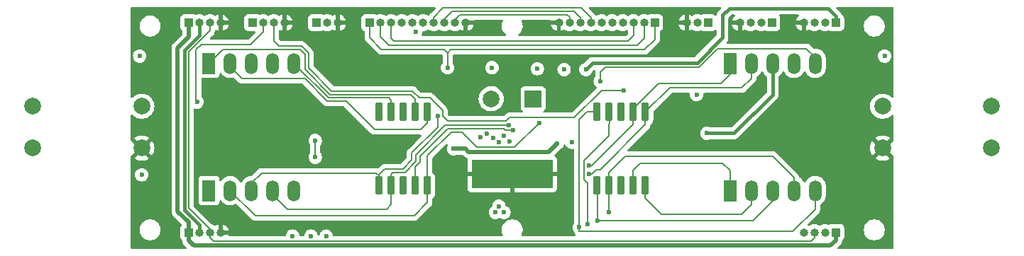
<source format=gbr>
%TF.GenerationSoftware,KiCad,Pcbnew,8.0.0*%
%TF.CreationDate,2024-11-21T20:10:56+00:00*%
%TF.ProjectId,display-board,64697370-6c61-4792-9d62-6f6172642e6b,rev?*%
%TF.SameCoordinates,Original*%
%TF.FileFunction,Copper,L1,Top*%
%TF.FilePolarity,Positive*%
%FSLAX46Y46*%
G04 Gerber Fmt 4.6, Leading zero omitted, Abs format (unit mm)*
G04 Created by KiCad (PCBNEW 8.0.0) date 2024-11-21 20:10:56*
%MOMM*%
%LPD*%
G01*
G04 APERTURE LIST*
G04 Aperture macros list*
%AMRoundRect*
0 Rectangle with rounded corners*
0 $1 Rounding radius*
0 $2 $3 $4 $5 $6 $7 $8 $9 X,Y pos of 4 corners*
0 Add a 4 corners polygon primitive as box body*
4,1,4,$2,$3,$4,$5,$6,$7,$8,$9,$2,$3,0*
0 Add four circle primitives for the rounded corners*
1,1,$1+$1,$2,$3*
1,1,$1+$1,$4,$5*
1,1,$1+$1,$6,$7*
1,1,$1+$1,$8,$9*
0 Add four rect primitives between the rounded corners*
20,1,$1+$1,$2,$3,$4,$5,0*
20,1,$1+$1,$4,$5,$6,$7,0*
20,1,$1+$1,$6,$7,$8,$9,0*
20,1,$1+$1,$8,$9,$2,$3,0*%
G04 Aperture macros list end*
%TA.AperFunction,ComponentPad*%
%ADD10R,1.000000X1.000000*%
%TD*%
%TA.AperFunction,ComponentPad*%
%ADD11O,1.000000X1.000000*%
%TD*%
%TA.AperFunction,SMDPad,CuDef*%
%ADD12RoundRect,0.225000X-0.225000X-0.875000X0.225000X-0.875000X0.225000X0.875000X-0.225000X0.875000X0*%
%TD*%
%TA.AperFunction,ComponentPad*%
%ADD13C,2.000000*%
%TD*%
%TA.AperFunction,ComponentPad*%
%ADD14R,1.524000X2.524000*%
%TD*%
%TA.AperFunction,ComponentPad*%
%ADD15O,1.524000X2.524000*%
%TD*%
%TA.AperFunction,ComponentPad*%
%ADD16R,2.000000X2.000000*%
%TD*%
%TA.AperFunction,ComponentPad*%
%ADD17C,0.600000*%
%TD*%
%TA.AperFunction,SMDPad,CuDef*%
%ADD18R,9.700000X3.400000*%
%TD*%
%TA.AperFunction,ViaPad*%
%ADD19C,0.600000*%
%TD*%
%TA.AperFunction,Conductor*%
%ADD20C,0.500000*%
%TD*%
%TA.AperFunction,Conductor*%
%ADD21C,0.400000*%
%TD*%
%TA.AperFunction,Conductor*%
%ADD22C,0.200000*%
%TD*%
G04 APERTURE END LIST*
D10*
%TO.P,PWR3,1,Pin_1*%
%TO.N,/BAT+*%
X61400000Y-110000000D03*
D11*
%TO.P,PWR3,2,Pin_2*%
%TO.N,/LDO*%
X62670000Y-110000000D03*
%TO.P,PWR3,3,Pin_3*%
%TO.N,/BUZZER*%
X63940000Y-110000000D03*
%TO.P,PWR3,4,Pin_4*%
%TO.N,GND*%
X65210000Y-110000000D03*
%TD*%
D10*
%TO.P,SW_C1,1,Pin_1*%
%TO.N,/SW1*%
X76650000Y-84900000D03*
D11*
%TO.P,SW_C1,2,Pin_2*%
%TO.N,/SW2*%
X77920000Y-84900000D03*
%TO.P,SW_C1,3,Pin_3*%
%TO.N,GND*%
X79190000Y-84900000D03*
%TD*%
D10*
%TO.P,DD1,1,Pin_1*%
%TO.N,/VPRG*%
X83005000Y-84900000D03*
D11*
%TO.P,DD1,2,Pin_2*%
%TO.N,/CTRL*%
X84275000Y-84900000D03*
%TO.P,DD1,3,Pin_3*%
%TO.N,/GSCLK*%
X85545000Y-84900000D03*
%TO.P,DD1,4,Pin_4*%
%TO.N,/BLANK*%
X86815000Y-84900000D03*
%TO.P,DD1,5,Pin_5*%
%TO.N,/XLAT*%
X88085000Y-84900000D03*
%TO.P,DD1,6,Pin_6*%
%TO.N,/XERR*%
X89355000Y-84900000D03*
%TO.P,DD1,7,Pin_7*%
%TO.N,/SCLK*%
X90625000Y-84900000D03*
%TO.P,DD1,8,Pin_8*%
%TO.N,/SIN*%
X91895000Y-84900000D03*
%TO.P,DD1,9,Pin_9*%
%TO.N,/SOUT*%
X93165000Y-84900000D03*
%TO.P,DD1,10,Pin_10*%
%TO.N,GND*%
X94435000Y-84900000D03*
%TD*%
D10*
%TO.P,PWR4,1,Pin_1*%
%TO.N,/BAT+*%
X138600000Y-110000000D03*
D11*
%TO.P,PWR4,2,Pin_2*%
%TO.N,/LDO*%
X137330000Y-110000000D03*
%TO.P,PWR4,3,Pin_3*%
%TO.N,/BUZZER*%
X136060000Y-110000000D03*
%TO.P,PWR4,4,Pin_4*%
%TO.N,GND*%
X134790000Y-110000000D03*
%TD*%
D10*
%TO.P,SW_C2,1,Pin_1*%
%TO.N,/SW1*%
X123350000Y-84900000D03*
D11*
%TO.P,SW_C2,2,Pin_2*%
%TO.N,/SW2*%
X122080000Y-84900000D03*
%TO.P,SW_C2,3,Pin_3*%
%TO.N,GND*%
X120810000Y-84900000D03*
%TD*%
D12*
%TO.P,U3,1,E*%
%TO.N,Net-(U1-OUT4)*%
X84120000Y-104400000D03*
%TO.P,U3,2,D*%
%TO.N,Net-(U1-OUT3)*%
X85560000Y-104400000D03*
%TO.P,U3,3,CA*%
%TO.N,/7SEG_SD*%
X87000000Y-104400000D03*
%TO.P,U3,4,C*%
%TO.N,Net-(U1-OUT2)*%
X88440000Y-104400000D03*
%TO.P,U3,5,DP*%
%TO.N,Net-(U1-OUT7)*%
X89880000Y-104400000D03*
%TO.P,U3,6,B*%
%TO.N,Net-(U1-OUT1)*%
X89880000Y-95600000D03*
%TO.P,U3,7,A*%
%TO.N,Net-(U1-OUT0)*%
X88440000Y-95600000D03*
%TO.P,U3,8,CA*%
%TO.N,/7SEG_SD*%
X87000000Y-95600000D03*
%TO.P,U3,9,F*%
%TO.N,Net-(U1-OUT5)*%
X85560000Y-95600000D03*
%TO.P,U3,10,G*%
%TO.N,Net-(U1-OUT6)*%
X84120000Y-95600000D03*
%TD*%
D10*
%TO.P,CA1,1,Pin_1*%
%TO.N,/MC_DD_1*%
X69025000Y-84900000D03*
D11*
%TO.P,CA1,2,Pin_2*%
%TO.N,/MC_DD_2*%
X70295000Y-84900000D03*
%TO.P,CA1,3,Pin_3*%
%TO.N,/MC_SD*%
X71565000Y-84900000D03*
%TO.P,CA1,4,Pin_4*%
%TO.N,GND*%
X72835000Y-84900000D03*
%TD*%
D12*
%TO.P,U5,1,E*%
%TO.N,Net-(U1-OUT12)*%
X110120000Y-104400000D03*
%TO.P,U5,2,D*%
%TO.N,Net-(U1-OUT11)*%
X111560000Y-104400000D03*
%TO.P,U5,3,CA*%
%TO.N,/7SEG_SD*%
X113000000Y-104400000D03*
%TO.P,U5,4,C*%
%TO.N,Net-(U1-OUT10)*%
X114440000Y-104400000D03*
%TO.P,U5,5,DP*%
%TO.N,Net-(U1-OUT15)*%
X115880000Y-104400000D03*
%TO.P,U5,6,B*%
%TO.N,Net-(U1-OUT9)*%
X115880000Y-95600000D03*
%TO.P,U5,7,A*%
%TO.N,Net-(U1-OUT8)*%
X114440000Y-95600000D03*
%TO.P,U5,8,CA*%
%TO.N,/7SEG_SD*%
X113000000Y-95600000D03*
%TO.P,U5,9,F*%
%TO.N,Net-(U1-OUT13)*%
X111560000Y-95600000D03*
%TO.P,U5,10,G*%
%TO.N,Net-(U1-OUT14)*%
X110120000Y-95600000D03*
%TD*%
D13*
%TO.P,SW2,1,1*%
%TO.N,GND*%
X144200000Y-99900000D03*
%TO.N,N/C*%
X157200000Y-99900000D03*
%TO.P,SW2,2,2*%
%TO.N,Net-(R11-Pad1)*%
X144200000Y-94900000D03*
%TO.N,N/C*%
X157200000Y-94900000D03*
%TD*%
D10*
%TO.P,DD2,1,Pin_1*%
%TO.N,/VPRG*%
X116995000Y-84900000D03*
D11*
%TO.P,DD2,2,Pin_2*%
%TO.N,/CTRL*%
X115725000Y-84900000D03*
%TO.P,DD2,3,Pin_3*%
%TO.N,/GSCLK*%
X114455000Y-84900000D03*
%TO.P,DD2,4,Pin_4*%
%TO.N,/BLANK*%
X113185000Y-84900000D03*
%TO.P,DD2,5,Pin_5*%
%TO.N,/XLAT*%
X111915000Y-84900000D03*
%TO.P,DD2,6,Pin_6*%
%TO.N,/XERR*%
X110645000Y-84900000D03*
%TO.P,DD2,7,Pin_7*%
%TO.N,/SCLK*%
X109375000Y-84900000D03*
%TO.P,DD2,8,Pin_8*%
%TO.N,/SIN*%
X108105000Y-84900000D03*
%TO.P,DD2,9,Pin_9*%
%TO.N,/SOUT*%
X106835000Y-84900000D03*
%TO.P,DD2,10,Pin_10*%
%TO.N,GND*%
X105565000Y-84900000D03*
%TD*%
D14*
%TO.P,U2,1,c*%
%TO.N,Net-(U1-OUT2)*%
X63820000Y-105000000D03*
D15*
%TO.P,U2,2,DP*%
%TO.N,Net-(U1-OUT7)*%
X66360000Y-105000000D03*
%TO.P,U2,3,e*%
%TO.N,Net-(U1-OUT4)*%
X68900000Y-105000000D03*
%TO.P,U2,4,d*%
%TO.N,Net-(U1-OUT3)*%
X71440000Y-105000000D03*
%TO.P,U2,5,g*%
%TO.N,Net-(U1-OUT6)*%
X73980000Y-105000000D03*
%TO.P,U2,6,f*%
%TO.N,Net-(U1-OUT5)*%
X73980000Y-89760000D03*
%TO.P,U2,7,CA_D2*%
%TO.N,/7SEG_DD_2*%
X71440000Y-89760000D03*
%TO.P,U2,8,CA_D1*%
%TO.N,/7SEG_DD_1*%
X68900000Y-89760000D03*
%TO.P,U2,9,b*%
%TO.N,Net-(U1-OUT1)*%
X66360000Y-89760000D03*
D14*
%TO.P,U2,10,a*%
%TO.N,Net-(U1-OUT0)*%
X63820000Y-89760000D03*
%TD*%
D13*
%TO.P,SW1,1,1*%
%TO.N,Net-(R13-Pad1)*%
X55800000Y-94900000D03*
%TO.N,N/C*%
X42800000Y-94900000D03*
%TO.P,SW1,2,2*%
%TO.N,GND*%
X55800000Y-99900000D03*
%TO.N,N/C*%
X42800000Y-99900000D03*
%TD*%
D16*
%TO.P,BZ1,1,-*%
%TO.N,VCC*%
X102500000Y-93999999D03*
D13*
%TO.P,BZ1,2,+*%
%TO.N,Net-(BZ1-+)*%
X97500000Y-93999999D03*
%TD*%
D10*
%TO.P,PWR1,1,Pin_1*%
%TO.N,/BAT+*%
X61400000Y-84900000D03*
D11*
%TO.P,PWR1,2,Pin_2*%
%TO.N,/LDO*%
X62670000Y-84900000D03*
%TO.P,PWR1,3,Pin_3*%
%TO.N,/BUZZER*%
X63940000Y-84900000D03*
%TO.P,PWR1,4,Pin_4*%
%TO.N,GND*%
X65210000Y-84900000D03*
%TD*%
D10*
%TO.P,CA2,1,Pin_1*%
%TO.N,/MC_DD_1*%
X130975000Y-84900000D03*
D11*
%TO.P,CA2,2,Pin_2*%
%TO.N,/MC_DD_2*%
X129705000Y-84900000D03*
%TO.P,CA2,3,Pin_3*%
%TO.N,/MC_SD*%
X128435000Y-84900000D03*
%TO.P,CA2,4,Pin_4*%
%TO.N,GND*%
X127165000Y-84900000D03*
%TD*%
D14*
%TO.P,U4,1,c*%
%TO.N,Net-(U1-OUT10)*%
X126000000Y-105000000D03*
D15*
%TO.P,U4,2,DP*%
%TO.N,Net-(U1-OUT15)*%
X128540000Y-105000000D03*
%TO.P,U4,3,e*%
%TO.N,Net-(U1-OUT12)*%
X131080000Y-105000000D03*
%TO.P,U4,4,d*%
%TO.N,Net-(U1-OUT11)*%
X133620000Y-105000000D03*
%TO.P,U4,5,g*%
%TO.N,Net-(U1-OUT14)*%
X136160000Y-105000000D03*
%TO.P,U4,6,f*%
%TO.N,Net-(U1-OUT13)*%
X136160000Y-89760000D03*
%TO.P,U4,7,CA_D2*%
%TO.N,/7SEG_DD_2*%
X133620000Y-89760000D03*
%TO.P,U4,8,CA_D1*%
%TO.N,/7SEG_DD_1*%
X131080000Y-89760000D03*
%TO.P,U4,9,b*%
%TO.N,Net-(U1-OUT9)*%
X128540000Y-89760000D03*
D14*
%TO.P,U4,10,a*%
%TO.N,Net-(U1-OUT8)*%
X126000000Y-89760000D03*
%TD*%
D10*
%TO.P,PWR2,1,Pin_1*%
%TO.N,/BAT+*%
X138600000Y-84900000D03*
D11*
%TO.P,PWR2,2,Pin_2*%
%TO.N,/LDO*%
X137330000Y-84900000D03*
%TO.P,PWR2,3,Pin_3*%
%TO.N,/BUZZER*%
X136060000Y-84900000D03*
%TO.P,PWR2,4,Pin_4*%
%TO.N,GND*%
X134790000Y-84900000D03*
%TD*%
D17*
%TO.P,U1,29,PAD*%
%TO.N,GND*%
X104450000Y-101700000D03*
X102670000Y-101700000D03*
X100890000Y-101700000D03*
X99110000Y-101700000D03*
X97330000Y-101700000D03*
X95550000Y-101700000D03*
X104450000Y-103000000D03*
X102670000Y-103000000D03*
X100890000Y-103000000D03*
D18*
X100000000Y-103000000D03*
D17*
X99110000Y-103000000D03*
X97330000Y-103000000D03*
X95550000Y-103000000D03*
X104450000Y-104300000D03*
X102670000Y-104300000D03*
X100890000Y-104300000D03*
X99110000Y-104300000D03*
X97330000Y-104300000D03*
X95550000Y-104300000D03*
%TD*%
D19*
%TO.N,/SW1*%
X55795000Y-103100000D03*
%TO.N,/SW2*%
X144432500Y-88900000D03*
%TO.N,/SW1*%
X55557500Y-88900000D03*
%TO.N,/CTRL*%
X75995000Y-110450000D03*
%TO.N,/BUZZER*%
X102995000Y-90400000D03*
%TO.N,VCC*%
X105350001Y-99350001D03*
X93000000Y-100000000D03*
%TO.N,/MC_DD_2*%
X62395000Y-94400000D03*
%TO.N,/LDO*%
X73795000Y-110450000D03*
X106195000Y-90500000D03*
%TO.N,/BAT+*%
X77795000Y-110450000D03*
X108795000Y-90500000D03*
%TO.N,/MC_DD_1*%
X122000000Y-93500000D03*
%TO.N,/MC_SD*%
X113295000Y-93000000D03*
%TO.N,GND*%
X70795000Y-98200000D03*
X97095000Y-84900000D03*
X94895000Y-90800000D03*
X98395000Y-91000000D03*
X98295000Y-84900000D03*
X67695000Y-101500000D03*
X67695000Y-99700000D03*
X71595000Y-98900000D03*
X94895000Y-92000000D03*
X69295000Y-99700000D03*
X71595000Y-97500000D03*
X102795000Y-84900000D03*
X95895000Y-84900000D03*
X95995000Y-91500000D03*
X72295000Y-98200000D03*
X103770735Y-84924265D03*
X101705000Y-84900000D03*
X99595000Y-91000000D03*
X95995000Y-92800000D03*
%TO.N,/7SEG_DD_1*%
X123225000Y-98137500D03*
%TO.N,/7SEG_SD*%
X113100000Y-95600000D03*
X87000000Y-104400000D03*
X86995000Y-95600000D03*
X112995000Y-104400000D03*
X107095000Y-99200000D03*
%TO.N,/GSCLK*%
X97995000Y-107600000D03*
%TO.N,Net-(U1-OUT4)*%
X91095000Y-96100000D03*
%TO.N,/SIN*%
X98374576Y-99200000D03*
%TO.N,/XERR*%
X99020735Y-107609799D03*
%TO.N,/BLANK*%
X96184232Y-98600011D03*
%TO.N,Net-(U1-OUT10)*%
X114440000Y-104400000D03*
%TO.N,/SOUT*%
X98410136Y-106864682D03*
%TO.N,Net-(U1-OUT0)*%
X99695000Y-99100000D03*
X88440000Y-95600000D03*
%TO.N,Net-(U1-OUT11)*%
X111560000Y-107600000D03*
%TO.N,Net-(U1-OUT8)*%
X109200000Y-102000000D03*
%TO.N,Net-(U1-OUT2)*%
X88400000Y-104500000D03*
X100095803Y-97799197D03*
%TO.N,/SCLK*%
X97695000Y-98700000D03*
%TO.N,Net-(U1-OUT3)*%
X99565230Y-97200000D03*
%TO.N,Net-(U1-OUT1)*%
X89880000Y-95600000D03*
%TO.N,Net-(U1-OUT14)*%
X108000000Y-109400000D03*
%TO.N,/XLAT*%
X96984234Y-98200000D03*
X97595000Y-90287500D03*
X88486422Y-86008578D03*
%TO.N,Net-(U1-OUT7)*%
X103221765Y-96873235D03*
%TO.N,Net-(U1-OUT9)*%
X109200000Y-103000000D03*
%TO.N,Net-(U1-OUT15)*%
X115880000Y-104400000D03*
%TO.N,Net-(U1-OUT13)*%
X109000000Y-109000000D03*
X111600000Y-95600000D03*
X110500000Y-91900000D03*
%TO.N,/VPRG*%
X99045000Y-98450000D03*
X92295000Y-90300000D03*
%TO.N,Net-(U1-OUT5)*%
X85560000Y-95600000D03*
%TO.N,Net-(U1-OUT6)*%
X84120000Y-95600000D03*
X76500000Y-99000000D03*
X76500000Y-101000000D03*
%TO.N,Net-(U1-OUT12)*%
X110200000Y-108600000D03*
%TD*%
D20*
%TO.N,/BAT+*%
X61400000Y-84900000D02*
X61400000Y-86595000D01*
X61400000Y-86595000D02*
X60095000Y-87900000D01*
X60095000Y-87900000D02*
X60095000Y-107500000D01*
X60095000Y-107500000D02*
X61400000Y-108805000D01*
X61400000Y-108805000D02*
X61400000Y-110000000D01*
D21*
%TO.N,/LDO*%
X62670000Y-84900000D02*
X62670000Y-86417894D01*
X62670000Y-109075000D02*
X62670000Y-110000000D01*
X62670000Y-86417894D02*
X60895000Y-88192894D01*
X60895000Y-88192894D02*
X60895000Y-107300000D01*
X60895000Y-107300000D02*
X62670000Y-109075000D01*
D22*
%TO.N,/BUZZER*%
X63940000Y-110000000D02*
X63940000Y-109637894D01*
X63940000Y-109637894D02*
X61395000Y-107092894D01*
X61395000Y-88400000D02*
X63940000Y-85855000D01*
X61395000Y-107092894D02*
X61395000Y-88400000D01*
X63940000Y-85855000D02*
X63940000Y-84900000D01*
D20*
%TO.N,VCC*%
X94460661Y-100000000D02*
X94810661Y-100350000D01*
X104350002Y-100350000D02*
X105350001Y-99350001D01*
X94810661Y-100350000D02*
X104350002Y-100350000D01*
X93000000Y-100000000D02*
X94460661Y-100000000D01*
D22*
%TO.N,/MC_DD_2*%
X70295000Y-86000000D02*
X70295000Y-84900000D01*
X62895000Y-87500000D02*
X68795000Y-87500000D01*
X62295000Y-94300000D02*
X62295000Y-88100000D01*
X68795000Y-87500000D02*
X70295000Y-86000000D01*
X62295000Y-88100000D02*
X62895000Y-87500000D01*
X62395000Y-94400000D02*
X62295000Y-94300000D01*
D21*
%TO.N,/BAT+*%
X125095000Y-86700000D02*
X125095000Y-84000000D01*
D20*
X61400000Y-110000000D02*
X61400000Y-111000000D01*
X61400000Y-111000000D02*
X62000000Y-111600000D01*
X137945000Y-111600000D02*
X138600000Y-110945000D01*
D21*
X125095000Y-84000000D02*
X125895000Y-83200000D01*
X125895000Y-83200000D02*
X137695000Y-83200000D01*
X137695000Y-83200000D02*
X138600000Y-84105000D01*
X108795000Y-90500000D02*
X109595000Y-89700000D01*
D20*
X138600000Y-110945000D02*
X138600000Y-110000000D01*
D21*
X109595000Y-89700000D02*
X122095000Y-89700000D01*
D20*
X62000000Y-111600000D02*
X137945000Y-111600000D01*
D21*
X122095000Y-89700000D02*
X125095000Y-86700000D01*
X138600000Y-84105000D02*
X138600000Y-84900000D01*
D22*
%TO.N,/MC_SD*%
X99643466Y-96273235D02*
X107371765Y-96273235D01*
X71565000Y-87070000D02*
X72195000Y-87700000D01*
X71565000Y-84900000D02*
X71565000Y-87070000D01*
X91695000Y-96100000D02*
X92295000Y-96700000D01*
X72195000Y-87700000D02*
X74860685Y-87700000D01*
X75695000Y-90343628D02*
X78451372Y-93100000D01*
X107371765Y-96273235D02*
X110645000Y-93000000D01*
X88095000Y-93100000D02*
X88895000Y-93900000D01*
X88895000Y-93900000D02*
X90195000Y-93900000D01*
X92295000Y-96700000D02*
X99216701Y-96700000D01*
X78451372Y-93100000D02*
X88095000Y-93100000D01*
X75695000Y-88534314D02*
X75695000Y-90343628D01*
X74860685Y-87700000D02*
X75695000Y-88534314D01*
X91695000Y-95400000D02*
X91695000Y-96100000D01*
X90195000Y-93900000D02*
X91695000Y-95400000D01*
X110645000Y-93000000D02*
X113295000Y-93000000D01*
X99216701Y-96700000D02*
X99643466Y-96273235D01*
D21*
%TO.N,/7SEG_DD_1*%
X131080000Y-89760000D02*
X131080000Y-93520000D01*
X131080000Y-93520000D02*
X126462500Y-98137500D01*
X126462500Y-98137500D02*
X123225000Y-98137500D01*
D22*
%TO.N,/GSCLK*%
X85895000Y-87100000D02*
X85545000Y-86750000D01*
X113795000Y-87100000D02*
X85895000Y-87100000D01*
X114455000Y-86440000D02*
X113795000Y-87100000D01*
X114455000Y-84900000D02*
X114455000Y-86440000D01*
X85545000Y-86750000D02*
X85545000Y-84900000D01*
%TO.N,Net-(U1-OUT4)*%
X70100000Y-102900000D02*
X83800000Y-102900000D01*
X68900000Y-105000000D02*
X68900000Y-104100000D01*
X68900000Y-104100000D02*
X70100000Y-102900000D01*
X91095000Y-96100000D02*
X91095000Y-97405000D01*
X84120000Y-103220000D02*
X84120000Y-104400000D01*
X91095000Y-97405000D02*
X88000000Y-100500000D01*
X86950000Y-102400000D02*
X84800000Y-102400000D01*
X84800000Y-102400000D02*
X84120000Y-103080000D01*
X84120000Y-103080000D02*
X84120000Y-104400000D01*
X83800000Y-102900000D02*
X84120000Y-103220000D01*
X88000000Y-100500000D02*
X88000000Y-101350000D01*
X88000000Y-101350000D02*
X86950000Y-102400000D01*
%TO.N,/SIN*%
X91895000Y-84450000D02*
X91895000Y-84900000D01*
X108105000Y-84900000D02*
X108105000Y-84310000D01*
X108105000Y-84310000D02*
X107345000Y-83550000D01*
X92795000Y-83550000D02*
X91895000Y-84450000D01*
X107345000Y-83550000D02*
X92795000Y-83550000D01*
%TO.N,Net-(U1-OUT10)*%
X126000000Y-105000000D02*
X126000000Y-102600000D01*
X126000000Y-102600000D02*
X125100000Y-101700000D01*
X125100000Y-101700000D02*
X115300000Y-101700000D01*
X114440000Y-102560000D02*
X114440000Y-104400000D01*
X115300000Y-101700000D02*
X114440000Y-102560000D01*
%TO.N,/SOUT*%
X106835000Y-84900000D02*
X106835000Y-84240000D01*
X106545000Y-83950000D02*
X93745000Y-83950000D01*
X93745000Y-83950000D02*
X93165000Y-84530000D01*
X106835000Y-84240000D02*
X106545000Y-83950000D01*
X93165000Y-84530000D02*
X93165000Y-84900000D01*
%TO.N,Net-(U1-OUT0)*%
X88440000Y-94045000D02*
X87895000Y-93500000D01*
X75295000Y-88700000D02*
X74695000Y-88100000D01*
X78285686Y-93500000D02*
X75295000Y-90509314D01*
X65480000Y-88100000D02*
X63820000Y-89760000D01*
X88440000Y-95600000D02*
X88440000Y-94045000D01*
X75295000Y-90509314D02*
X75295000Y-88700000D01*
X74695000Y-88100000D02*
X65480000Y-88100000D01*
X87895000Y-93500000D02*
X78285686Y-93500000D01*
%TO.N,Net-(U1-OUT11)*%
X131100000Y-100900000D02*
X113500000Y-100900000D01*
X133620000Y-103420000D02*
X131100000Y-100900000D01*
X111560000Y-107600000D02*
X111560000Y-104400000D01*
X111560000Y-102840000D02*
X111560000Y-104400000D01*
X133620000Y-105000000D02*
X133620000Y-103420000D01*
X113500000Y-100900000D02*
X111560000Y-102840000D01*
%TO.N,Net-(U1-OUT8)*%
X114440000Y-97060000D02*
X114440000Y-95600000D01*
X117431304Y-92200000D02*
X124900000Y-92200000D01*
X124900000Y-92200000D02*
X126000000Y-91100000D01*
X126000000Y-91100000D02*
X126000000Y-89760000D01*
X114440000Y-95191304D02*
X117431304Y-92200000D01*
X114440000Y-95600000D02*
X114440000Y-95191304D01*
X109200000Y-102000000D02*
X109500000Y-102000000D01*
X109500000Y-102000000D02*
X114440000Y-97060000D01*
%TO.N,/CTRL*%
X115725000Y-86770000D02*
X115725000Y-84900000D01*
X84275000Y-84900000D02*
X84275000Y-86580000D01*
X84275000Y-86580000D02*
X85295000Y-87600000D01*
X114895000Y-87600000D02*
X115725000Y-86770000D01*
X85295000Y-87600000D02*
X114895000Y-87600000D01*
%TO.N,Net-(U1-OUT2)*%
X89000000Y-100900000D02*
X89000000Y-101565686D01*
X99814180Y-97799197D02*
X99813377Y-97800000D01*
X98995000Y-97600000D02*
X92300000Y-97600000D01*
X92300000Y-97600000D02*
X89000000Y-100900000D01*
X88440000Y-102125686D02*
X88440000Y-104400000D01*
X89000000Y-101565686D02*
X88440000Y-102125686D01*
X100095803Y-97799197D02*
X99814180Y-97799197D01*
X99813377Y-97800000D02*
X99195000Y-97800000D01*
X99195000Y-97800000D02*
X98995000Y-97600000D01*
%TO.N,/SCLK*%
X108245000Y-83150000D02*
X109375000Y-84280000D01*
X90625000Y-84900000D02*
X90625000Y-84270000D01*
X91745000Y-83150000D02*
X108245000Y-83150000D01*
X109375000Y-84280000D02*
X109375000Y-84900000D01*
X90625000Y-84270000D02*
X91745000Y-83150000D01*
%TO.N,Net-(U1-OUT3)*%
X71440000Y-105500000D02*
X73140000Y-107200000D01*
X71440000Y-105000000D02*
X71440000Y-105500000D01*
X92000000Y-97200000D02*
X88500000Y-100700000D01*
X88500000Y-101500000D02*
X87200000Y-102800000D01*
X73140000Y-107200000D02*
X85000000Y-107200000D01*
X85800000Y-102800000D02*
X85560000Y-103040000D01*
X99565230Y-97200000D02*
X92000000Y-97200000D01*
X87200000Y-102800000D02*
X85800000Y-102800000D01*
X85000000Y-107200000D02*
X85560000Y-106640000D01*
X85560000Y-103040000D02*
X85560000Y-104400000D01*
X88500000Y-100700000D02*
X88500000Y-101500000D01*
X85560000Y-106640000D02*
X85560000Y-104400000D01*
%TO.N,Net-(U1-OUT1)*%
X89880000Y-96920000D02*
X89880000Y-95600000D01*
X77954314Y-94300000D02*
X80195000Y-94300000D01*
X67795000Y-91600000D02*
X75254314Y-91600000D01*
X66360000Y-89760000D02*
X66360000Y-90165000D01*
X89100000Y-97700000D02*
X89880000Y-96920000D01*
X80195000Y-94300000D02*
X83595000Y-97700000D01*
X83595000Y-97700000D02*
X89100000Y-97700000D01*
X66360000Y-90165000D02*
X67795000Y-91600000D01*
X75254314Y-91600000D02*
X77954314Y-94300000D01*
%TO.N,Net-(U1-OUT14)*%
X136160000Y-105000000D02*
X136160000Y-107240000D01*
X108000000Y-109900000D02*
X108000000Y-96500000D01*
X133500000Y-109900000D02*
X108000000Y-109900000D01*
X136160000Y-107240000D02*
X133500000Y-109900000D01*
X108000000Y-96500000D02*
X108900000Y-95600000D01*
X108900000Y-95600000D02*
X110120000Y-95600000D01*
%TO.N,Net-(U1-OUT7)*%
X88300000Y-108000000D02*
X89880000Y-106420000D01*
X93995000Y-98000000D02*
X92700000Y-98000000D01*
X92700000Y-98000000D02*
X89880000Y-100820000D01*
X66360000Y-105000000D02*
X69360000Y-108000000D01*
X89880000Y-106420000D02*
X89880000Y-104400000D01*
X103221765Y-96873235D02*
X100295000Y-99800000D01*
X69360000Y-108000000D02*
X88300000Y-108000000D01*
X95795000Y-99800000D02*
X93995000Y-98000000D01*
X100295000Y-99800000D02*
X95795000Y-99800000D01*
X89880000Y-100820000D02*
X89880000Y-104400000D01*
%TO.N,Net-(U1-OUT9)*%
X109500000Y-103000000D02*
X110000000Y-102500000D01*
X118780000Y-92700000D02*
X127400000Y-92700000D01*
X110500000Y-102500000D02*
X115880000Y-97120000D01*
X115880000Y-95600000D02*
X118780000Y-92700000D01*
X109200000Y-103000000D02*
X109500000Y-103000000D01*
X115880000Y-97120000D02*
X115880000Y-95600000D01*
X128540000Y-91560000D02*
X128540000Y-89760000D01*
X110000000Y-102500000D02*
X110500000Y-102500000D01*
X127400000Y-92700000D02*
X128540000Y-91560000D01*
%TO.N,Net-(U1-OUT15)*%
X127400000Y-107800000D02*
X117800000Y-107800000D01*
X128540000Y-105000000D02*
X128540000Y-106660000D01*
X117800000Y-107800000D02*
X115880000Y-105880000D01*
X128540000Y-106660000D02*
X127400000Y-107800000D01*
X115880000Y-105880000D02*
X115880000Y-104400000D01*
%TO.N,Net-(U1-OUT13)*%
X122302106Y-90200000D02*
X124502106Y-88000000D01*
X135100000Y-88000000D02*
X136160000Y-89060000D01*
X108600000Y-101400000D02*
X111560000Y-98440000D01*
X124502106Y-88000000D02*
X135100000Y-88000000D01*
X110500000Y-91900000D02*
X110500000Y-90800000D01*
X109000000Y-104074265D02*
X108600000Y-103674265D01*
X111600000Y-95600000D02*
X111560000Y-95600000D01*
X136160000Y-89060000D02*
X136160000Y-89760000D01*
X109000000Y-109000000D02*
X109000000Y-104074265D01*
X111100000Y-90200000D02*
X122302106Y-90200000D01*
X111560000Y-98440000D02*
X111600000Y-95600000D01*
X110500000Y-90800000D02*
X111100000Y-90200000D01*
X108600000Y-103674265D02*
X108600000Y-101400000D01*
%TO.N,/VPRG*%
X83005000Y-84900000D02*
X83005000Y-86710000D01*
X116995000Y-84900000D02*
X116895000Y-84900000D01*
X84395000Y-88100000D02*
X91895000Y-88100000D01*
X116995000Y-86900000D02*
X116995000Y-84900000D01*
X92695000Y-88100000D02*
X115795000Y-88100000D01*
X92295000Y-90300000D02*
X92295000Y-88500000D01*
X115795000Y-88100000D02*
X116995000Y-86900000D01*
X92295000Y-88500000D02*
X92695000Y-88100000D01*
X83005000Y-86710000D02*
X84395000Y-88100000D01*
X91895000Y-88100000D02*
X92295000Y-88500000D01*
%TO.N,Net-(U1-OUT5)*%
X78120000Y-93900000D02*
X73980000Y-89760000D01*
X85560000Y-95600000D02*
X85560000Y-94165000D01*
X85560000Y-94165000D02*
X85295000Y-93900000D01*
X85295000Y-93900000D02*
X78120000Y-93900000D01*
%TO.N,Net-(U1-OUT6)*%
X76500000Y-99000000D02*
X76500000Y-101000000D01*
%TO.N,Net-(U1-OUT12)*%
X110200000Y-108600000D02*
X110200000Y-104480000D01*
X128700000Y-108600000D02*
X131080000Y-106220000D01*
X110200000Y-104480000D02*
X110120000Y-104400000D01*
X110200000Y-108600000D02*
X128700000Y-108600000D01*
X131080000Y-106220000D02*
X131080000Y-105000000D01*
%TO.N,/BUZZER*%
X136060000Y-110635000D02*
X136060000Y-110000000D01*
X64345000Y-111050000D02*
X135645000Y-111050000D01*
X135645000Y-111050000D02*
X136060000Y-110635000D01*
X63940000Y-110000000D02*
X63940000Y-110645000D01*
X63940000Y-110645000D02*
X64345000Y-111050000D01*
%TD*%
%TA.AperFunction,Conductor*%
%TO.N,GND*%
G36*
X90812942Y-83020185D02*
G01*
X90858697Y-83072989D01*
X90868641Y-83142147D01*
X90839616Y-83205703D01*
X90833584Y-83212181D01*
X90256286Y-83789478D01*
X90144481Y-83901282D01*
X90144479Y-83901285D01*
X90126194Y-83932956D01*
X90095196Y-83986648D01*
X90094361Y-83988094D01*
X90094358Y-83988098D01*
X90078190Y-84016100D01*
X90027622Y-84064314D01*
X89959015Y-84077535D01*
X89912352Y-84063455D01*
X89739733Y-83971188D01*
X89739727Y-83971186D01*
X89551132Y-83913976D01*
X89551129Y-83913975D01*
X89355000Y-83894659D01*
X89158870Y-83913975D01*
X88970266Y-83971188D01*
X88796467Y-84064086D01*
X88791399Y-84067473D01*
X88790305Y-84065836D01*
X88734337Y-84089596D01*
X88665471Y-84077795D01*
X88648843Y-84067109D01*
X88648601Y-84067473D01*
X88643532Y-84064086D01*
X88469733Y-83971188D01*
X88469727Y-83971186D01*
X88281132Y-83913976D01*
X88281129Y-83913975D01*
X88085000Y-83894659D01*
X87888870Y-83913975D01*
X87700266Y-83971188D01*
X87526467Y-84064086D01*
X87521399Y-84067473D01*
X87520305Y-84065836D01*
X87464337Y-84089596D01*
X87395471Y-84077795D01*
X87378843Y-84067109D01*
X87378601Y-84067473D01*
X87373532Y-84064086D01*
X87199733Y-83971188D01*
X87199727Y-83971186D01*
X87011132Y-83913976D01*
X87011129Y-83913975D01*
X86815000Y-83894659D01*
X86618870Y-83913975D01*
X86430266Y-83971188D01*
X86256467Y-84064086D01*
X86251399Y-84067473D01*
X86250305Y-84065836D01*
X86194337Y-84089596D01*
X86125471Y-84077795D01*
X86108843Y-84067109D01*
X86108601Y-84067473D01*
X86103532Y-84064086D01*
X85929733Y-83971188D01*
X85929727Y-83971186D01*
X85741132Y-83913976D01*
X85741129Y-83913975D01*
X85545000Y-83894659D01*
X85348870Y-83913975D01*
X85160266Y-83971188D01*
X84986467Y-84064086D01*
X84981399Y-84067473D01*
X84980305Y-84065836D01*
X84924337Y-84089596D01*
X84855471Y-84077795D01*
X84838843Y-84067109D01*
X84838601Y-84067473D01*
X84833532Y-84064086D01*
X84659733Y-83971188D01*
X84659727Y-83971186D01*
X84471132Y-83913976D01*
X84471129Y-83913975D01*
X84275000Y-83894659D01*
X84078870Y-83913975D01*
X83954242Y-83951781D01*
X83890273Y-83971186D01*
X83890272Y-83971186D01*
X83890267Y-83971188D01*
X83888143Y-83972324D01*
X83886898Y-83972583D01*
X83884641Y-83973518D01*
X83884463Y-83973089D01*
X83819740Y-83986564D01*
X83755382Y-83962231D01*
X83747331Y-83956204D01*
X83747328Y-83956202D01*
X83612482Y-83905908D01*
X83612483Y-83905908D01*
X83552883Y-83899501D01*
X83552881Y-83899500D01*
X83552873Y-83899500D01*
X83552864Y-83899500D01*
X82457129Y-83899500D01*
X82457123Y-83899501D01*
X82397516Y-83905908D01*
X82262671Y-83956202D01*
X82262664Y-83956206D01*
X82147455Y-84042452D01*
X82147452Y-84042455D01*
X82061206Y-84157664D01*
X82061202Y-84157671D01*
X82010908Y-84292517D01*
X82005617Y-84341739D01*
X82004501Y-84352123D01*
X82004500Y-84352135D01*
X82004500Y-85447870D01*
X82004501Y-85447876D01*
X82010908Y-85507483D01*
X82061202Y-85642328D01*
X82061206Y-85642335D01*
X82147452Y-85757544D01*
X82147455Y-85757547D01*
X82262664Y-85843793D01*
X82262669Y-85843796D01*
X82323833Y-85866608D01*
X82379766Y-85908478D01*
X82404184Y-85973942D01*
X82404500Y-85982790D01*
X82404500Y-86623330D01*
X82404499Y-86623348D01*
X82404499Y-86789054D01*
X82404498Y-86789054D01*
X82445423Y-86941787D01*
X82450451Y-86950495D01*
X82450453Y-86950497D01*
X82524477Y-87078712D01*
X82524481Y-87078717D01*
X82643349Y-87197585D01*
X82643355Y-87197590D01*
X83910139Y-88464374D01*
X83910149Y-88464385D01*
X83914479Y-88468715D01*
X83914480Y-88468716D01*
X84026284Y-88580520D01*
X84097538Y-88621658D01*
X84163215Y-88659577D01*
X84315943Y-88700501D01*
X84315946Y-88700501D01*
X84481653Y-88700501D01*
X84481669Y-88700500D01*
X91570500Y-88700500D01*
X91637539Y-88720185D01*
X91683294Y-88772989D01*
X91694500Y-88824500D01*
X91694500Y-89717587D01*
X91674815Y-89784626D01*
X91667450Y-89794896D01*
X91665186Y-89797734D01*
X91569211Y-89950476D01*
X91509631Y-90120745D01*
X91509630Y-90120750D01*
X91489435Y-90299996D01*
X91489435Y-90300003D01*
X91509630Y-90479249D01*
X91509631Y-90479254D01*
X91569211Y-90649523D01*
X91629842Y-90746016D01*
X91665184Y-90802262D01*
X91792738Y-90929816D01*
X91945478Y-91025789D01*
X92080022Y-91072868D01*
X92115745Y-91085368D01*
X92115750Y-91085369D01*
X92294996Y-91105565D01*
X92295000Y-91105565D01*
X92295004Y-91105565D01*
X92474249Y-91085369D01*
X92474252Y-91085368D01*
X92474255Y-91085368D01*
X92644522Y-91025789D01*
X92797262Y-90929816D01*
X92924816Y-90802262D01*
X93020789Y-90649522D01*
X93080368Y-90479255D01*
X93080369Y-90479249D01*
X93100565Y-90300003D01*
X93100565Y-90299996D01*
X93099157Y-90287503D01*
X96789435Y-90287503D01*
X96809630Y-90466749D01*
X96809631Y-90466754D01*
X96869211Y-90637023D01*
X96965184Y-90789762D01*
X97092738Y-90917316D01*
X97099706Y-90921694D01*
X97244088Y-91012416D01*
X97245478Y-91013289D01*
X97296668Y-91031201D01*
X97415745Y-91072868D01*
X97415750Y-91072869D01*
X97594996Y-91093065D01*
X97595000Y-91093065D01*
X97595004Y-91093065D01*
X97774249Y-91072869D01*
X97774252Y-91072868D01*
X97774255Y-91072868D01*
X97944522Y-91013289D01*
X98097262Y-90917316D01*
X98224816Y-90789762D01*
X98320789Y-90637022D01*
X98380368Y-90466755D01*
X98387889Y-90400003D01*
X102189435Y-90400003D01*
X102209630Y-90579249D01*
X102209631Y-90579254D01*
X102269211Y-90749523D01*
X102332045Y-90849522D01*
X102365184Y-90902262D01*
X102492738Y-91029816D01*
X102645478Y-91125789D01*
X102656984Y-91129815D01*
X102815745Y-91185368D01*
X102815750Y-91185369D01*
X102994996Y-91205565D01*
X102995000Y-91205565D01*
X102995004Y-91205565D01*
X103174249Y-91185369D01*
X103174252Y-91185368D01*
X103174255Y-91185368D01*
X103344522Y-91125789D01*
X103497262Y-91029816D01*
X103624816Y-90902262D01*
X103720789Y-90749522D01*
X103780368Y-90579255D01*
X103780369Y-90579249D01*
X103789298Y-90500003D01*
X105389435Y-90500003D01*
X105409630Y-90679249D01*
X105409631Y-90679254D01*
X105469211Y-90849523D01*
X105563449Y-90999500D01*
X105565184Y-91002262D01*
X105692738Y-91129816D01*
X105845478Y-91225789D01*
X105955616Y-91264328D01*
X106015745Y-91285368D01*
X106015750Y-91285369D01*
X106194996Y-91305565D01*
X106195000Y-91305565D01*
X106195004Y-91305565D01*
X106374249Y-91285369D01*
X106374252Y-91285368D01*
X106374255Y-91285368D01*
X106544522Y-91225789D01*
X106697262Y-91129816D01*
X106824816Y-91002262D01*
X106920789Y-90849522D01*
X106980368Y-90679255D01*
X106980369Y-90679249D01*
X107000565Y-90500003D01*
X107000565Y-90499996D01*
X106980369Y-90320750D01*
X106980368Y-90320745D01*
X106920788Y-90150476D01*
X106857955Y-90050478D01*
X106824816Y-89997738D01*
X106697262Y-89870184D01*
X106544523Y-89774211D01*
X106374254Y-89714631D01*
X106374249Y-89714630D01*
X106195004Y-89694435D01*
X106194996Y-89694435D01*
X106015750Y-89714630D01*
X106015745Y-89714631D01*
X105845476Y-89774211D01*
X105692737Y-89870184D01*
X105565184Y-89997737D01*
X105469211Y-90150476D01*
X105409631Y-90320745D01*
X105409630Y-90320750D01*
X105389435Y-90499996D01*
X105389435Y-90500003D01*
X103789298Y-90500003D01*
X103800565Y-90400003D01*
X103800565Y-90399996D01*
X103780369Y-90220750D01*
X103780368Y-90220745D01*
X103720789Y-90050478D01*
X103716423Y-90043530D01*
X103657955Y-89950478D01*
X103624816Y-89897738D01*
X103497262Y-89770184D01*
X103446029Y-89737992D01*
X103344523Y-89674211D01*
X103174254Y-89614631D01*
X103174249Y-89614630D01*
X102995004Y-89594435D01*
X102994996Y-89594435D01*
X102815750Y-89614630D01*
X102815745Y-89614631D01*
X102645476Y-89674211D01*
X102492737Y-89770184D01*
X102365184Y-89897737D01*
X102269211Y-90050476D01*
X102209631Y-90220745D01*
X102209630Y-90220750D01*
X102189435Y-90399996D01*
X102189435Y-90400003D01*
X98387889Y-90400003D01*
X98400565Y-90287503D01*
X98400565Y-90287496D01*
X98380369Y-90108250D01*
X98380368Y-90108245D01*
X98341700Y-89997738D01*
X98320789Y-89937978D01*
X98224816Y-89785238D01*
X98097262Y-89657684D01*
X97944523Y-89561711D01*
X97774254Y-89502131D01*
X97774249Y-89502130D01*
X97595004Y-89481935D01*
X97594996Y-89481935D01*
X97415750Y-89502130D01*
X97415745Y-89502131D01*
X97245476Y-89561711D01*
X97092737Y-89657684D01*
X96965184Y-89785237D01*
X96869211Y-89937976D01*
X96809631Y-90108245D01*
X96809630Y-90108250D01*
X96789435Y-90287496D01*
X96789435Y-90287503D01*
X93099157Y-90287503D01*
X93080369Y-90120750D01*
X93080368Y-90120745D01*
X93062572Y-90069888D01*
X93020789Y-89950478D01*
X93012933Y-89937976D01*
X92924813Y-89797734D01*
X92922550Y-89794896D01*
X92921659Y-89792715D01*
X92921111Y-89791842D01*
X92921264Y-89791745D01*
X92896144Y-89730209D01*
X92895500Y-89717587D01*
X92895500Y-88824500D01*
X92915185Y-88757461D01*
X92967989Y-88711706D01*
X93019500Y-88700500D01*
X115708331Y-88700500D01*
X115708347Y-88700501D01*
X115715943Y-88700501D01*
X115874054Y-88700501D01*
X115874057Y-88700501D01*
X116026785Y-88659577D01*
X116092462Y-88621658D01*
X116163716Y-88580520D01*
X116275520Y-88468716D01*
X116275520Y-88468714D01*
X116285724Y-88458511D01*
X116285728Y-88458506D01*
X117353506Y-87390728D01*
X117353511Y-87390724D01*
X117363714Y-87380520D01*
X117363716Y-87380520D01*
X117475520Y-87268716D01*
X117546057Y-87146542D01*
X117554577Y-87131785D01*
X117595500Y-86979058D01*
X117595500Y-86820943D01*
X117595500Y-85982790D01*
X117615185Y-85915751D01*
X117667989Y-85869996D01*
X117676146Y-85866616D01*
X117737331Y-85843796D01*
X117852546Y-85757546D01*
X117938796Y-85642331D01*
X117989091Y-85507483D01*
X117995500Y-85447873D01*
X117995500Y-85150000D01*
X119840840Y-85150000D01*
X119881652Y-85284541D01*
X119974503Y-85458253D01*
X119974507Y-85458260D01*
X120099471Y-85610528D01*
X120251739Y-85735491D01*
X120425465Y-85828349D01*
X120560000Y-85869159D01*
X120560000Y-85150000D01*
X119840840Y-85150000D01*
X117995500Y-85150000D01*
X117995499Y-84649999D01*
X119840839Y-84649999D01*
X119840840Y-84650000D01*
X120560000Y-84650000D01*
X120560000Y-83930839D01*
X120559999Y-83930839D01*
X120425458Y-83971652D01*
X120251746Y-84064503D01*
X120251739Y-84064507D01*
X120099471Y-84189471D01*
X119974507Y-84341739D01*
X119974503Y-84341746D01*
X119881652Y-84515458D01*
X119840839Y-84649999D01*
X117995499Y-84649999D01*
X117995499Y-84352128D01*
X117989091Y-84292517D01*
X117965951Y-84230476D01*
X117938797Y-84157671D01*
X117938793Y-84157664D01*
X117852547Y-84042455D01*
X117852544Y-84042452D01*
X117737335Y-83956206D01*
X117737328Y-83956202D01*
X117602482Y-83905908D01*
X117602483Y-83905908D01*
X117542883Y-83899501D01*
X117542881Y-83899500D01*
X117542873Y-83899500D01*
X117542864Y-83899500D01*
X116447129Y-83899500D01*
X116447123Y-83899501D01*
X116387516Y-83905908D01*
X116252671Y-83956202D01*
X116252666Y-83956205D01*
X116244614Y-83962233D01*
X116179149Y-83986648D01*
X116115530Y-83973104D01*
X116115359Y-83973518D01*
X116113123Y-83972592D01*
X116111850Y-83972321D01*
X116109729Y-83971187D01*
X116109728Y-83971186D01*
X116109727Y-83971186D01*
X115921132Y-83913976D01*
X115921129Y-83913975D01*
X115725000Y-83894659D01*
X115528870Y-83913975D01*
X115340266Y-83971188D01*
X115166467Y-84064086D01*
X115161399Y-84067473D01*
X115160305Y-84065836D01*
X115104337Y-84089596D01*
X115035471Y-84077795D01*
X115018843Y-84067109D01*
X115018601Y-84067473D01*
X115013532Y-84064086D01*
X114839733Y-83971188D01*
X114839727Y-83971186D01*
X114651132Y-83913976D01*
X114651129Y-83913975D01*
X114455000Y-83894659D01*
X114258870Y-83913975D01*
X114070266Y-83971188D01*
X113896467Y-84064086D01*
X113891399Y-84067473D01*
X113890305Y-84065836D01*
X113834337Y-84089596D01*
X113765471Y-84077795D01*
X113748843Y-84067109D01*
X113748601Y-84067473D01*
X113743532Y-84064086D01*
X113569733Y-83971188D01*
X113569727Y-83971186D01*
X113381132Y-83913976D01*
X113381129Y-83913975D01*
X113185000Y-83894659D01*
X112988870Y-83913975D01*
X112800266Y-83971188D01*
X112626467Y-84064086D01*
X112621399Y-84067473D01*
X112620305Y-84065836D01*
X112564337Y-84089596D01*
X112495471Y-84077795D01*
X112478843Y-84067109D01*
X112478601Y-84067473D01*
X112473532Y-84064086D01*
X112299733Y-83971188D01*
X112299727Y-83971186D01*
X112111132Y-83913976D01*
X112111129Y-83913975D01*
X111915000Y-83894659D01*
X111718870Y-83913975D01*
X111530266Y-83971188D01*
X111356467Y-84064086D01*
X111351399Y-84067473D01*
X111350305Y-84065836D01*
X111294337Y-84089596D01*
X111225471Y-84077795D01*
X111208843Y-84067109D01*
X111208601Y-84067473D01*
X111203532Y-84064086D01*
X111029733Y-83971188D01*
X111029727Y-83971186D01*
X110841132Y-83913976D01*
X110841129Y-83913975D01*
X110645000Y-83894659D01*
X110448870Y-83913975D01*
X110354570Y-83942581D01*
X110260273Y-83971186D01*
X110260271Y-83971186D01*
X110260271Y-83971187D01*
X110083235Y-84065814D01*
X110014832Y-84080055D01*
X109949588Y-84055055D01*
X109917395Y-84018455D01*
X109855522Y-83911287D01*
X109855521Y-83911286D01*
X109855520Y-83911284D01*
X109743716Y-83799480D01*
X109743715Y-83799479D01*
X109739385Y-83795149D01*
X109739374Y-83795139D01*
X109156416Y-83212181D01*
X109122931Y-83150858D01*
X109127915Y-83081166D01*
X109169787Y-83025233D01*
X109235251Y-83000816D01*
X109244097Y-83000500D01*
X124804481Y-83000500D01*
X124871520Y-83020185D01*
X124917275Y-83072989D01*
X124927219Y-83142147D01*
X124898194Y-83205703D01*
X124892162Y-83212181D01*
X124550888Y-83553453D01*
X124550887Y-83553454D01*
X124474223Y-83668192D01*
X124421421Y-83795668D01*
X124421418Y-83795679D01*
X124406448Y-83870942D01*
X124406448Y-83870944D01*
X124394500Y-83931005D01*
X124394500Y-83934685D01*
X124393954Y-83936542D01*
X124393903Y-83937067D01*
X124393803Y-83937057D01*
X124374815Y-84001724D01*
X124322011Y-84047479D01*
X124252853Y-84057423D01*
X124196189Y-84033952D01*
X124179358Y-84021352D01*
X124092331Y-83956204D01*
X124092329Y-83956203D01*
X124092328Y-83956202D01*
X123957482Y-83905908D01*
X123957483Y-83905908D01*
X123897883Y-83899501D01*
X123897881Y-83899500D01*
X123897873Y-83899500D01*
X123897864Y-83899500D01*
X122802129Y-83899500D01*
X122802123Y-83899501D01*
X122742516Y-83905908D01*
X122607671Y-83956202D01*
X122607666Y-83956205D01*
X122599614Y-83962233D01*
X122534149Y-83986648D01*
X122470530Y-83973104D01*
X122470359Y-83973518D01*
X122468123Y-83972592D01*
X122466850Y-83972321D01*
X122464729Y-83971187D01*
X122464728Y-83971186D01*
X122464727Y-83971186D01*
X122276132Y-83913976D01*
X122276129Y-83913975D01*
X122080000Y-83894659D01*
X121883870Y-83913975D01*
X121695266Y-83971188D01*
X121521467Y-84064086D01*
X121516399Y-84067473D01*
X121515386Y-84065958D01*
X121458936Y-84089920D01*
X121390071Y-84078115D01*
X121373574Y-84067511D01*
X121373322Y-84067890D01*
X121368253Y-84064503D01*
X121194541Y-83971652D01*
X121060000Y-83930839D01*
X121060000Y-84690382D01*
X121009554Y-84639936D01*
X120935445Y-84597149D01*
X120852787Y-84575000D01*
X120767213Y-84575000D01*
X120684555Y-84597149D01*
X120610446Y-84639936D01*
X120549936Y-84700446D01*
X120507149Y-84774555D01*
X120485000Y-84857213D01*
X120485000Y-84942787D01*
X120507149Y-85025445D01*
X120549936Y-85099554D01*
X120610446Y-85160064D01*
X120684555Y-85202851D01*
X120767213Y-85225000D01*
X120852787Y-85225000D01*
X120935445Y-85202851D01*
X121009554Y-85160064D01*
X121060000Y-85109618D01*
X121060000Y-85869159D01*
X121194534Y-85828349D01*
X121368259Y-85735492D01*
X121373320Y-85732111D01*
X121374444Y-85733793D01*
X121430203Y-85710086D01*
X121499075Y-85721851D01*
X121516186Y-85732843D01*
X121516399Y-85732526D01*
X121521457Y-85735906D01*
X121521462Y-85735910D01*
X121642268Y-85800482D01*
X121693147Y-85827678D01*
X121695273Y-85828814D01*
X121883868Y-85886024D01*
X122080000Y-85905341D01*
X122276132Y-85886024D01*
X122464727Y-85828814D01*
X122466853Y-85827677D01*
X122468095Y-85827418D01*
X122470355Y-85826483D01*
X122470532Y-85826911D01*
X122535254Y-85813435D01*
X122599615Y-85837767D01*
X122607669Y-85843796D01*
X122665362Y-85865314D01*
X122742517Y-85894091D01*
X122742516Y-85894091D01*
X122749444Y-85894835D01*
X122802127Y-85900500D01*
X123897872Y-85900499D01*
X123957483Y-85894091D01*
X124092331Y-85843796D01*
X124196189Y-85766047D01*
X124261653Y-85741630D01*
X124329926Y-85756481D01*
X124379332Y-85805886D01*
X124394500Y-85865314D01*
X124394500Y-86358481D01*
X124374815Y-86425520D01*
X124358181Y-86446162D01*
X121841162Y-88963181D01*
X121779839Y-88996666D01*
X121753481Y-88999500D01*
X109526004Y-88999500D01*
X109390677Y-89026418D01*
X109390667Y-89026421D01*
X109263192Y-89079222D01*
X109148454Y-89155887D01*
X108595709Y-89708632D01*
X108548984Y-89737992D01*
X108445476Y-89774211D01*
X108445475Y-89774212D01*
X108292737Y-89870184D01*
X108165184Y-89997737D01*
X108069211Y-90150476D01*
X108009631Y-90320745D01*
X108009630Y-90320750D01*
X107989435Y-90499996D01*
X107989435Y-90500003D01*
X108009630Y-90679249D01*
X108009631Y-90679254D01*
X108069211Y-90849523D01*
X108163449Y-90999500D01*
X108165184Y-91002262D01*
X108292738Y-91129816D01*
X108445478Y-91225789D01*
X108555616Y-91264328D01*
X108615745Y-91285368D01*
X108615750Y-91285369D01*
X108794996Y-91305565D01*
X108795000Y-91305565D01*
X108795004Y-91305565D01*
X108974249Y-91285369D01*
X108974252Y-91285368D01*
X108974255Y-91285368D01*
X109144522Y-91225789D01*
X109297262Y-91129816D01*
X109424816Y-91002262D01*
X109520789Y-90849522D01*
X109557007Y-90746013D01*
X109586363Y-90699292D01*
X109694812Y-90590844D01*
X109756132Y-90557362D01*
X109825824Y-90562346D01*
X109881757Y-90604218D01*
X109906174Y-90669683D01*
X109902265Y-90710620D01*
X109899499Y-90720941D01*
X109899499Y-90889046D01*
X109899500Y-90889059D01*
X109899500Y-91317587D01*
X109879815Y-91384626D01*
X109872450Y-91394896D01*
X109870186Y-91397734D01*
X109774211Y-91550476D01*
X109714631Y-91720745D01*
X109714630Y-91720750D01*
X109694435Y-91899996D01*
X109694435Y-91900003D01*
X109714630Y-92079249D01*
X109714631Y-92079254D01*
X109774211Y-92249523D01*
X109870184Y-92402262D01*
X109997737Y-92529815D01*
X109997740Y-92529817D01*
X110030794Y-92550587D01*
X110077085Y-92602922D01*
X110087732Y-92671975D01*
X110059357Y-92735823D01*
X110052502Y-92743261D01*
X107159349Y-95636416D01*
X107098026Y-95669901D01*
X107071668Y-95672735D01*
X103808886Y-95672735D01*
X103741847Y-95653050D01*
X103696092Y-95600246D01*
X103686148Y-95531088D01*
X103715173Y-95467532D01*
X103736287Y-95450521D01*
X103735231Y-95449111D01*
X103829118Y-95378826D01*
X103857546Y-95357545D01*
X103943796Y-95242330D01*
X103994091Y-95107482D01*
X104000500Y-95047872D01*
X104000499Y-92952127D01*
X103994091Y-92892516D01*
X103959771Y-92800500D01*
X103943797Y-92757670D01*
X103943793Y-92757663D01*
X103857547Y-92642454D01*
X103857544Y-92642451D01*
X103742335Y-92556205D01*
X103742328Y-92556201D01*
X103607482Y-92505907D01*
X103607483Y-92505907D01*
X103547883Y-92499500D01*
X103547881Y-92499499D01*
X103547873Y-92499499D01*
X103547864Y-92499499D01*
X101452129Y-92499499D01*
X101452123Y-92499500D01*
X101392516Y-92505907D01*
X101257671Y-92556201D01*
X101257664Y-92556205D01*
X101142455Y-92642451D01*
X101142452Y-92642454D01*
X101056206Y-92757663D01*
X101056202Y-92757670D01*
X101005908Y-92892516D01*
X100999501Y-92952115D01*
X100999501Y-92952122D01*
X100999500Y-92952134D01*
X100999500Y-95047869D01*
X100999501Y-95047875D01*
X101005908Y-95107482D01*
X101056202Y-95242327D01*
X101056206Y-95242334D01*
X101142452Y-95357543D01*
X101142455Y-95357546D01*
X101264769Y-95449111D01*
X101262617Y-95451985D01*
X101299932Y-95489282D01*
X101314800Y-95557552D01*
X101290399Y-95623022D01*
X101234475Y-95664906D01*
X101191114Y-95672735D01*
X99730135Y-95672735D01*
X99730119Y-95672734D01*
X99722523Y-95672734D01*
X99564409Y-95672734D01*
X99457053Y-95701500D01*
X99411676Y-95713659D01*
X99411675Y-95713660D01*
X99361562Y-95742594D01*
X99361561Y-95742595D01*
X99318155Y-95767655D01*
X99274751Y-95792714D01*
X99274748Y-95792716D01*
X99162944Y-95904520D01*
X99162944Y-95904521D01*
X99004283Y-96063182D01*
X98942962Y-96096666D01*
X98916604Y-96099500D01*
X92595097Y-96099500D01*
X92528058Y-96079815D01*
X92507416Y-96063181D01*
X92331819Y-95887584D01*
X92298334Y-95826261D01*
X92295500Y-95799903D01*
X92295500Y-95320944D01*
X92295500Y-95320943D01*
X92288676Y-95295477D01*
X92269672Y-95224553D01*
X92267386Y-95216023D01*
X92254577Y-95168216D01*
X92254576Y-95168213D01*
X92175524Y-95031290D01*
X92175521Y-95031286D01*
X92175520Y-95031284D01*
X92063716Y-94919480D01*
X92063715Y-94919479D01*
X92059385Y-94915149D01*
X92059374Y-94915139D01*
X91144239Y-94000004D01*
X95994357Y-94000004D01*
X96014890Y-94247811D01*
X96014892Y-94247823D01*
X96075936Y-94488880D01*
X96175826Y-94716605D01*
X96311833Y-94924781D01*
X96311836Y-94924784D01*
X96480256Y-95107737D01*
X96676491Y-95260473D01*
X96895190Y-95378827D01*
X97130386Y-95459570D01*
X97375665Y-95500499D01*
X97624335Y-95500499D01*
X97869614Y-95459570D01*
X98104810Y-95378827D01*
X98323509Y-95260473D01*
X98519744Y-95107737D01*
X98688164Y-94924784D01*
X98824173Y-94716606D01*
X98924063Y-94488880D01*
X98985108Y-94247820D01*
X98987351Y-94220750D01*
X99005643Y-94000004D01*
X99005643Y-93999993D01*
X98985109Y-93752186D01*
X98985107Y-93752174D01*
X98924063Y-93511117D01*
X98824173Y-93283392D01*
X98688166Y-93075216D01*
X98618927Y-93000003D01*
X98519744Y-92892261D01*
X98323509Y-92739525D01*
X98323507Y-92739524D01*
X98323506Y-92739523D01*
X98104811Y-92621171D01*
X98104802Y-92621168D01*
X97869616Y-92540428D01*
X97624335Y-92499499D01*
X97375665Y-92499499D01*
X97130383Y-92540428D01*
X96895197Y-92621168D01*
X96895188Y-92621171D01*
X96676493Y-92739523D01*
X96480257Y-92892260D01*
X96311833Y-93075216D01*
X96175826Y-93283392D01*
X96075936Y-93511117D01*
X96014892Y-93752174D01*
X96014890Y-93752186D01*
X95994357Y-93999993D01*
X95994357Y-94000004D01*
X91144239Y-94000004D01*
X90682590Y-93538355D01*
X90682588Y-93538352D01*
X90563717Y-93419481D01*
X90563709Y-93419475D01*
X90464534Y-93362217D01*
X90464532Y-93362216D01*
X90426790Y-93340425D01*
X90426789Y-93340424D01*
X90413335Y-93336819D01*
X90274057Y-93299499D01*
X90115943Y-93299499D01*
X90108347Y-93299499D01*
X90108331Y-93299500D01*
X89195097Y-93299500D01*
X89128058Y-93279815D01*
X89107416Y-93263181D01*
X88582590Y-92738355D01*
X88582588Y-92738352D01*
X88463717Y-92619481D01*
X88463716Y-92619480D01*
X88354117Y-92556203D01*
X88354115Y-92556202D01*
X88326785Y-92540423D01*
X88326784Y-92540422D01*
X88326783Y-92540422D01*
X88270881Y-92525443D01*
X88174057Y-92499499D01*
X88015943Y-92499499D01*
X88008347Y-92499499D01*
X88008331Y-92499500D01*
X78751470Y-92499500D01*
X78684431Y-92479815D01*
X78663789Y-92463181D01*
X76331819Y-90131211D01*
X76298334Y-90069888D01*
X76295500Y-90043530D01*
X76295500Y-88623373D01*
X76295501Y-88623360D01*
X76295501Y-88455257D01*
X76295501Y-88455256D01*
X76254577Y-88302529D01*
X76235902Y-88270184D01*
X76223960Y-88249499D01*
X76223960Y-88249498D01*
X76175524Y-88165604D01*
X76175521Y-88165600D01*
X76175520Y-88165598D01*
X76063716Y-88053794D01*
X76063715Y-88053793D01*
X76059385Y-88049463D01*
X76059374Y-88049453D01*
X75229402Y-87219481D01*
X75229394Y-87219475D01*
X75092475Y-87140426D01*
X75092470Y-87140423D01*
X75054287Y-87130192D01*
X74939742Y-87099499D01*
X74939739Y-87099499D01*
X74781627Y-87099500D01*
X72495098Y-87099500D01*
X72428059Y-87079815D01*
X72407417Y-87063181D01*
X72201819Y-86857583D01*
X72168334Y-86796260D01*
X72165500Y-86769902D01*
X72165500Y-85882915D01*
X72185185Y-85815876D01*
X72237989Y-85770121D01*
X72307147Y-85760177D01*
X72347953Y-85773556D01*
X72450465Y-85828349D01*
X72585000Y-85869159D01*
X72585000Y-85109618D01*
X72635446Y-85160064D01*
X72709555Y-85202851D01*
X72792213Y-85225000D01*
X72877787Y-85225000D01*
X72960445Y-85202851D01*
X73034554Y-85160064D01*
X73044618Y-85150000D01*
X73085000Y-85150000D01*
X73085000Y-85869159D01*
X73219534Y-85828349D01*
X73393260Y-85735491D01*
X73545528Y-85610528D01*
X73670492Y-85458260D01*
X73670496Y-85458253D01*
X73676046Y-85447870D01*
X75649500Y-85447870D01*
X75649501Y-85447876D01*
X75655908Y-85507483D01*
X75706202Y-85642328D01*
X75706206Y-85642335D01*
X75792452Y-85757544D01*
X75792455Y-85757547D01*
X75907664Y-85843793D01*
X75907671Y-85843797D01*
X76042517Y-85894091D01*
X76042516Y-85894091D01*
X76049444Y-85894835D01*
X76102127Y-85900500D01*
X77197872Y-85900499D01*
X77257483Y-85894091D01*
X77392331Y-85843796D01*
X77400379Y-85837770D01*
X77465842Y-85813351D01*
X77529474Y-85826895D01*
X77529645Y-85826483D01*
X77531875Y-85827406D01*
X77533146Y-85827677D01*
X77535273Y-85828814D01*
X77723868Y-85886024D01*
X77920000Y-85905341D01*
X78116132Y-85886024D01*
X78304727Y-85828814D01*
X78478538Y-85735910D01*
X78478544Y-85735904D01*
X78483607Y-85732523D01*
X78484624Y-85734045D01*
X78541021Y-85710084D01*
X78609890Y-85721866D01*
X78626424Y-85732489D01*
X78626678Y-85732110D01*
X78631738Y-85735491D01*
X78805465Y-85828349D01*
X78940000Y-85869159D01*
X78940000Y-85109618D01*
X78990446Y-85160064D01*
X79064555Y-85202851D01*
X79147213Y-85225000D01*
X79232787Y-85225000D01*
X79315445Y-85202851D01*
X79389554Y-85160064D01*
X79399618Y-85150000D01*
X79440000Y-85150000D01*
X79440000Y-85869159D01*
X79574534Y-85828349D01*
X79748260Y-85735491D01*
X79900528Y-85610528D01*
X80025492Y-85458260D01*
X80025496Y-85458253D01*
X80118347Y-85284541D01*
X80159160Y-85150000D01*
X79440000Y-85150000D01*
X79399618Y-85150000D01*
X79450064Y-85099554D01*
X79492851Y-85025445D01*
X79515000Y-84942787D01*
X79515000Y-84857213D01*
X79492851Y-84774555D01*
X79450064Y-84700446D01*
X79389554Y-84639936D01*
X79315445Y-84597149D01*
X79232787Y-84575000D01*
X79147213Y-84575000D01*
X79064555Y-84597149D01*
X78990446Y-84639936D01*
X78940000Y-84690382D01*
X78940000Y-83930839D01*
X79440000Y-83930839D01*
X79440000Y-84650000D01*
X80159160Y-84650000D01*
X80159160Y-84649999D01*
X80118347Y-84515458D01*
X80025496Y-84341746D01*
X80025492Y-84341739D01*
X79900528Y-84189471D01*
X79748260Y-84064507D01*
X79748253Y-84064503D01*
X79574541Y-83971652D01*
X79440000Y-83930839D01*
X78940000Y-83930839D01*
X78939999Y-83930839D01*
X78805458Y-83971652D01*
X78631742Y-84064505D01*
X78626673Y-84067893D01*
X78625556Y-84066221D01*
X78569715Y-84089921D01*
X78500851Y-84078111D01*
X78483811Y-84067158D01*
X78483601Y-84067473D01*
X78478532Y-84064086D01*
X78304733Y-83971188D01*
X78304727Y-83971186D01*
X78116132Y-83913976D01*
X78116129Y-83913975D01*
X77920000Y-83894659D01*
X77723870Y-83913975D01*
X77599242Y-83951781D01*
X77535273Y-83971186D01*
X77535272Y-83971186D01*
X77535267Y-83971188D01*
X77533143Y-83972324D01*
X77531898Y-83972583D01*
X77529641Y-83973518D01*
X77529463Y-83973089D01*
X77464740Y-83986564D01*
X77400382Y-83962231D01*
X77392331Y-83956204D01*
X77392328Y-83956202D01*
X77257482Y-83905908D01*
X77257483Y-83905908D01*
X77197883Y-83899501D01*
X77197881Y-83899500D01*
X77197873Y-83899500D01*
X77197864Y-83899500D01*
X76102129Y-83899500D01*
X76102123Y-83899501D01*
X76042516Y-83905908D01*
X75907671Y-83956202D01*
X75907664Y-83956206D01*
X75792455Y-84042452D01*
X75792452Y-84042455D01*
X75706206Y-84157664D01*
X75706202Y-84157671D01*
X75655908Y-84292517D01*
X75650617Y-84341739D01*
X75649501Y-84352123D01*
X75649500Y-84352135D01*
X75649500Y-85447870D01*
X73676046Y-85447870D01*
X73763347Y-85284541D01*
X73804160Y-85150000D01*
X73085000Y-85150000D01*
X73044618Y-85150000D01*
X73095064Y-85099554D01*
X73137851Y-85025445D01*
X73160000Y-84942787D01*
X73160000Y-84857213D01*
X73137851Y-84774555D01*
X73095064Y-84700446D01*
X73034554Y-84639936D01*
X72960445Y-84597149D01*
X72877787Y-84575000D01*
X72792213Y-84575000D01*
X72709555Y-84597149D01*
X72635446Y-84639936D01*
X72585000Y-84690382D01*
X72585000Y-83930839D01*
X73085000Y-83930839D01*
X73085000Y-84650000D01*
X73804160Y-84650000D01*
X73804160Y-84649999D01*
X73763347Y-84515458D01*
X73670496Y-84341746D01*
X73670492Y-84341739D01*
X73545528Y-84189471D01*
X73393260Y-84064507D01*
X73393253Y-84064503D01*
X73219541Y-83971652D01*
X73085000Y-83930839D01*
X72585000Y-83930839D01*
X72584999Y-83930839D01*
X72450458Y-83971652D01*
X72276742Y-84064505D01*
X72271673Y-84067893D01*
X72270556Y-84066221D01*
X72214715Y-84089921D01*
X72145851Y-84078111D01*
X72128811Y-84067158D01*
X72128601Y-84067473D01*
X72123532Y-84064086D01*
X71949733Y-83971188D01*
X71949727Y-83971186D01*
X71761132Y-83913976D01*
X71761129Y-83913975D01*
X71565000Y-83894659D01*
X71368870Y-83913975D01*
X71180266Y-83971188D01*
X71006467Y-84064086D01*
X71001399Y-84067473D01*
X71000305Y-84065836D01*
X70944337Y-84089596D01*
X70875471Y-84077795D01*
X70858843Y-84067109D01*
X70858601Y-84067473D01*
X70853532Y-84064086D01*
X70679733Y-83971188D01*
X70679727Y-83971186D01*
X70491132Y-83913976D01*
X70491129Y-83913975D01*
X70295000Y-83894659D01*
X70098870Y-83913975D01*
X69974242Y-83951781D01*
X69910273Y-83971186D01*
X69910272Y-83971186D01*
X69910267Y-83971188D01*
X69908143Y-83972324D01*
X69906898Y-83972583D01*
X69904641Y-83973518D01*
X69904463Y-83973089D01*
X69839740Y-83986564D01*
X69775382Y-83962231D01*
X69767331Y-83956204D01*
X69767328Y-83956202D01*
X69632482Y-83905908D01*
X69632483Y-83905908D01*
X69572883Y-83899501D01*
X69572881Y-83899500D01*
X69572873Y-83899500D01*
X69572864Y-83899500D01*
X68477129Y-83899500D01*
X68477123Y-83899501D01*
X68417516Y-83905908D01*
X68282671Y-83956202D01*
X68282664Y-83956206D01*
X68167455Y-84042452D01*
X68167452Y-84042455D01*
X68081206Y-84157664D01*
X68081202Y-84157671D01*
X68030908Y-84292517D01*
X68025617Y-84341739D01*
X68024501Y-84352123D01*
X68024500Y-84352135D01*
X68024500Y-85447870D01*
X68024501Y-85447876D01*
X68030908Y-85507483D01*
X68081202Y-85642328D01*
X68081206Y-85642335D01*
X68167452Y-85757544D01*
X68167455Y-85757547D01*
X68282664Y-85843793D01*
X68282671Y-85843797D01*
X68417517Y-85894091D01*
X68417516Y-85894091D01*
X68424444Y-85894835D01*
X68477127Y-85900500D01*
X69245902Y-85900499D01*
X69312941Y-85920183D01*
X69358696Y-85972987D01*
X69368640Y-86042146D01*
X69339615Y-86105702D01*
X69333583Y-86112180D01*
X68582584Y-86863181D01*
X68521261Y-86896666D01*
X68494903Y-86899500D01*
X64044098Y-86899500D01*
X63977059Y-86879815D01*
X63931304Y-86827011D01*
X63921360Y-86757853D01*
X63950385Y-86694297D01*
X63956417Y-86687819D01*
X64185354Y-86458882D01*
X64420520Y-86223716D01*
X64499577Y-86086784D01*
X64540501Y-85934057D01*
X64540501Y-85882915D01*
X64560186Y-85815876D01*
X64612990Y-85770121D01*
X64682148Y-85760177D01*
X64722954Y-85773557D01*
X64825461Y-85828348D01*
X64960000Y-85869159D01*
X64960000Y-85109618D01*
X65010446Y-85160064D01*
X65084555Y-85202851D01*
X65167213Y-85225000D01*
X65252787Y-85225000D01*
X65335445Y-85202851D01*
X65409554Y-85160064D01*
X65419618Y-85150000D01*
X65460000Y-85150000D01*
X65460000Y-85869159D01*
X65594534Y-85828349D01*
X65768260Y-85735491D01*
X65920528Y-85610528D01*
X66045492Y-85458260D01*
X66045496Y-85458253D01*
X66138347Y-85284541D01*
X66179160Y-85150000D01*
X65460000Y-85150000D01*
X65419618Y-85150000D01*
X65470064Y-85099554D01*
X65512851Y-85025445D01*
X65535000Y-84942787D01*
X65535000Y-84857213D01*
X65512851Y-84774555D01*
X65470064Y-84700446D01*
X65409554Y-84639936D01*
X65335445Y-84597149D01*
X65252787Y-84575000D01*
X65167213Y-84575000D01*
X65084555Y-84597149D01*
X65010446Y-84639936D01*
X64960000Y-84690382D01*
X64960000Y-83930839D01*
X65460000Y-83930839D01*
X65460000Y-84650000D01*
X66179160Y-84650000D01*
X66179160Y-84649999D01*
X66138347Y-84515458D01*
X66045496Y-84341746D01*
X66045492Y-84341739D01*
X65920528Y-84189471D01*
X65768260Y-84064507D01*
X65768253Y-84064503D01*
X65594541Y-83971652D01*
X65460000Y-83930839D01*
X64960000Y-83930839D01*
X64959999Y-83930839D01*
X64825458Y-83971652D01*
X64651742Y-84064505D01*
X64646673Y-84067893D01*
X64645556Y-84066221D01*
X64589715Y-84089921D01*
X64520851Y-84078111D01*
X64503811Y-84067158D01*
X64503601Y-84067473D01*
X64498532Y-84064086D01*
X64324733Y-83971188D01*
X64324727Y-83971186D01*
X64136132Y-83913976D01*
X64136129Y-83913975D01*
X63940000Y-83894659D01*
X63743870Y-83913975D01*
X63555266Y-83971188D01*
X63381467Y-84064086D01*
X63376399Y-84067473D01*
X63375305Y-84065836D01*
X63319337Y-84089596D01*
X63250471Y-84077795D01*
X63233843Y-84067109D01*
X63233601Y-84067473D01*
X63228532Y-84064086D01*
X63054733Y-83971188D01*
X63054727Y-83971186D01*
X62866132Y-83913976D01*
X62866129Y-83913975D01*
X62670000Y-83894659D01*
X62473870Y-83913975D01*
X62349242Y-83951781D01*
X62285273Y-83971186D01*
X62285272Y-83971186D01*
X62285267Y-83971188D01*
X62283143Y-83972324D01*
X62281898Y-83972583D01*
X62279641Y-83973518D01*
X62279463Y-83973089D01*
X62214740Y-83986564D01*
X62150382Y-83962231D01*
X62142331Y-83956204D01*
X62142328Y-83956202D01*
X62007482Y-83905908D01*
X62007483Y-83905908D01*
X61947883Y-83899501D01*
X61947881Y-83899500D01*
X61947873Y-83899500D01*
X61947864Y-83899500D01*
X60852129Y-83899500D01*
X60852123Y-83899501D01*
X60792516Y-83905908D01*
X60657671Y-83956202D01*
X60657664Y-83956206D01*
X60542455Y-84042452D01*
X60542452Y-84042455D01*
X60456206Y-84157664D01*
X60456202Y-84157671D01*
X60405908Y-84292517D01*
X60400617Y-84341739D01*
X60399501Y-84352123D01*
X60399500Y-84352135D01*
X60399500Y-85447870D01*
X60399501Y-85447876D01*
X60405908Y-85507483D01*
X60456202Y-85642328D01*
X60456203Y-85642329D01*
X60456204Y-85642331D01*
X60541657Y-85756481D01*
X60542452Y-85757543D01*
X60542455Y-85757547D01*
X60546723Y-85760742D01*
X60578966Y-85784879D01*
X60599810Y-85800482D01*
X60641682Y-85856415D01*
X60649500Y-85899749D01*
X60649500Y-86232769D01*
X60629815Y-86299808D01*
X60613181Y-86320450D01*
X59512052Y-87421578D01*
X59512049Y-87421581D01*
X59480555Y-87468715D01*
X59480556Y-87468716D01*
X59429914Y-87544508D01*
X59373343Y-87681082D01*
X59373340Y-87681092D01*
X59344500Y-87826079D01*
X59344500Y-87826082D01*
X59344500Y-107573918D01*
X59344500Y-107573920D01*
X59344499Y-107573920D01*
X59373340Y-107718907D01*
X59373343Y-107718917D01*
X59429913Y-107855490D01*
X59429916Y-107855495D01*
X59442419Y-107874206D01*
X59442420Y-107874211D01*
X59442422Y-107874211D01*
X59499289Y-107959321D01*
X59512051Y-107978420D01*
X59512052Y-107978421D01*
X60523687Y-108990055D01*
X60557172Y-109051378D01*
X60552188Y-109121070D01*
X60535273Y-109152045D01*
X60524950Y-109165836D01*
X60456203Y-109257669D01*
X60456202Y-109257671D01*
X60405908Y-109392517D01*
X60400617Y-109441739D01*
X60399501Y-109452123D01*
X60399500Y-109452135D01*
X60399500Y-110547870D01*
X60399501Y-110547876D01*
X60405908Y-110607483D01*
X60456202Y-110742328D01*
X60456203Y-110742329D01*
X60456204Y-110742331D01*
X60536431Y-110849500D01*
X60542452Y-110857543D01*
X60542455Y-110857547D01*
X60599810Y-110900482D01*
X60641682Y-110956415D01*
X60649500Y-110999749D01*
X60649500Y-111073918D01*
X60649500Y-111073920D01*
X60649499Y-111073920D01*
X60678340Y-111218907D01*
X60678343Y-111218917D01*
X60734912Y-111355488D01*
X60734916Y-111355495D01*
X60752014Y-111381084D01*
X60752015Y-111381087D01*
X60817046Y-111478414D01*
X60817052Y-111478421D01*
X61126451Y-111787819D01*
X61159936Y-111849142D01*
X61154952Y-111918833D01*
X61113081Y-111974767D01*
X61047616Y-111999184D01*
X61038770Y-111999500D01*
X54624500Y-111999500D01*
X54557461Y-111979815D01*
X54511706Y-111927011D01*
X54500500Y-111875500D01*
X54500500Y-109798422D01*
X55549500Y-109798422D01*
X55580290Y-109992826D01*
X55641117Y-110180029D01*
X55706247Y-110307853D01*
X55730476Y-110355405D01*
X55846172Y-110514646D01*
X55985354Y-110653828D01*
X56144595Y-110769524D01*
X56227455Y-110811743D01*
X56319970Y-110858882D01*
X56319972Y-110858882D01*
X56319975Y-110858884D01*
X56420317Y-110891487D01*
X56507173Y-110919709D01*
X56701578Y-110950500D01*
X56701583Y-110950500D01*
X56898422Y-110950500D01*
X57092826Y-110919709D01*
X57152000Y-110900482D01*
X57280025Y-110858884D01*
X57455405Y-110769524D01*
X57614646Y-110653828D01*
X57753828Y-110514646D01*
X57869524Y-110355405D01*
X57958884Y-110180025D01*
X58019709Y-109992826D01*
X58023359Y-109969783D01*
X58050500Y-109798422D01*
X58050500Y-109601577D01*
X58019709Y-109407173D01*
X57984723Y-109299500D01*
X57958884Y-109219975D01*
X57958882Y-109219972D01*
X57958882Y-109219970D01*
X57890757Y-109086268D01*
X57869524Y-109044595D01*
X57753828Y-108885354D01*
X57614646Y-108746172D01*
X57455405Y-108630476D01*
X57280029Y-108541117D01*
X57092826Y-108480290D01*
X56898422Y-108449500D01*
X56898417Y-108449500D01*
X56701583Y-108449500D01*
X56701578Y-108449500D01*
X56507173Y-108480290D01*
X56319970Y-108541117D01*
X56144594Y-108630476D01*
X56053741Y-108696485D01*
X55985354Y-108746172D01*
X55985352Y-108746174D01*
X55985351Y-108746174D01*
X55846174Y-108885351D01*
X55846174Y-108885352D01*
X55846172Y-108885354D01*
X55796485Y-108953741D01*
X55730476Y-109044594D01*
X55641117Y-109219970D01*
X55580290Y-109407173D01*
X55549500Y-109601577D01*
X55549500Y-109798422D01*
X54500500Y-109798422D01*
X54500500Y-103100003D01*
X54989435Y-103100003D01*
X55009630Y-103279249D01*
X55009631Y-103279254D01*
X55069211Y-103449523D01*
X55150928Y-103579574D01*
X55165184Y-103602262D01*
X55292738Y-103729816D01*
X55383080Y-103786582D01*
X55432645Y-103817726D01*
X55445478Y-103825789D01*
X55481247Y-103838305D01*
X55615745Y-103885368D01*
X55615750Y-103885369D01*
X55794996Y-103905565D01*
X55795000Y-103905565D01*
X55795004Y-103905565D01*
X55974249Y-103885369D01*
X55974252Y-103885368D01*
X55974255Y-103885368D01*
X56144522Y-103825789D01*
X56297262Y-103729816D01*
X56424816Y-103602262D01*
X56520789Y-103449522D01*
X56580368Y-103279255D01*
X56581570Y-103268587D01*
X56600565Y-103100003D01*
X56600565Y-103099996D01*
X56580369Y-102920750D01*
X56580368Y-102920745D01*
X56563604Y-102872836D01*
X56520789Y-102750478D01*
X56424816Y-102597738D01*
X56297262Y-102470184D01*
X56216569Y-102419481D01*
X56144523Y-102374211D01*
X55974254Y-102314631D01*
X55974249Y-102314630D01*
X55795004Y-102294435D01*
X55794996Y-102294435D01*
X55615750Y-102314630D01*
X55615745Y-102314631D01*
X55445476Y-102374211D01*
X55292737Y-102470184D01*
X55165184Y-102597737D01*
X55069211Y-102750476D01*
X55009631Y-102920745D01*
X55009630Y-102920750D01*
X54989435Y-103099996D01*
X54989435Y-103100003D01*
X54500500Y-103100003D01*
X54500500Y-100897308D01*
X54520185Y-100830269D01*
X54536819Y-100809627D01*
X55317037Y-100029409D01*
X55334075Y-100092993D01*
X55399901Y-100207007D01*
X55492993Y-100300099D01*
X55607007Y-100365925D01*
X55670590Y-100382962D01*
X54929942Y-101123609D01*
X54976768Y-101160055D01*
X54976770Y-101160056D01*
X55195385Y-101278364D01*
X55195396Y-101278369D01*
X55430506Y-101359083D01*
X55675707Y-101400000D01*
X55924293Y-101400000D01*
X56169493Y-101359083D01*
X56404603Y-101278369D01*
X56404614Y-101278364D01*
X56623228Y-101160057D01*
X56623231Y-101160055D01*
X56670056Y-101123609D01*
X55929409Y-100382962D01*
X55992993Y-100365925D01*
X56107007Y-100300099D01*
X56200099Y-100207007D01*
X56265925Y-100092993D01*
X56282962Y-100029409D01*
X57023434Y-100769882D01*
X57123731Y-100616369D01*
X57223587Y-100388717D01*
X57284612Y-100147738D01*
X57284614Y-100147729D01*
X57305141Y-99900005D01*
X57305141Y-99899994D01*
X57284614Y-99652270D01*
X57284612Y-99652261D01*
X57223587Y-99411282D01*
X57123731Y-99183630D01*
X57023434Y-99030116D01*
X56282962Y-99770589D01*
X56265925Y-99707007D01*
X56200099Y-99592993D01*
X56107007Y-99499901D01*
X55992993Y-99434075D01*
X55929410Y-99417037D01*
X56670057Y-98676390D01*
X56670056Y-98676389D01*
X56623229Y-98639943D01*
X56404614Y-98521635D01*
X56404603Y-98521630D01*
X56169493Y-98440916D01*
X55924293Y-98400000D01*
X55675707Y-98400000D01*
X55430506Y-98440916D01*
X55195396Y-98521630D01*
X55195390Y-98521632D01*
X54976761Y-98639949D01*
X54929942Y-98676388D01*
X54929942Y-98676390D01*
X55670590Y-99417037D01*
X55607007Y-99434075D01*
X55492993Y-99499901D01*
X55399901Y-99592993D01*
X55334075Y-99707007D01*
X55317037Y-99770589D01*
X54536819Y-98990371D01*
X54503334Y-98929048D01*
X54500500Y-98902690D01*
X54500500Y-96021626D01*
X54520185Y-95954587D01*
X54572989Y-95908832D01*
X54642147Y-95898888D01*
X54705703Y-95927913D01*
X54715721Y-95937634D01*
X54780256Y-96007738D01*
X54976491Y-96160474D01*
X55195190Y-96278828D01*
X55430386Y-96359571D01*
X55675665Y-96400500D01*
X55924335Y-96400500D01*
X56169614Y-96359571D01*
X56404810Y-96278828D01*
X56623509Y-96160474D01*
X56819744Y-96007738D01*
X56988164Y-95824785D01*
X57124173Y-95616607D01*
X57224063Y-95388881D01*
X57285108Y-95147821D01*
X57286934Y-95125788D01*
X57305643Y-94900005D01*
X57305643Y-94899994D01*
X57285109Y-94652187D01*
X57285107Y-94652175D01*
X57224063Y-94411118D01*
X57124173Y-94183393D01*
X56988166Y-93975217D01*
X56941209Y-93924208D01*
X56819744Y-93792262D01*
X56623509Y-93639526D01*
X56623507Y-93639525D01*
X56623506Y-93639524D01*
X56404811Y-93521172D01*
X56404802Y-93521169D01*
X56169616Y-93440429D01*
X55924335Y-93399500D01*
X55675665Y-93399500D01*
X55430383Y-93440429D01*
X55195197Y-93521169D01*
X55195188Y-93521172D01*
X54976493Y-93639524D01*
X54780255Y-93792262D01*
X54780252Y-93792265D01*
X54715729Y-93862356D01*
X54655842Y-93898347D01*
X54586004Y-93896246D01*
X54528388Y-93856722D01*
X54501287Y-93792322D01*
X54500500Y-93778373D01*
X54500500Y-88900003D01*
X54751935Y-88900003D01*
X54772130Y-89079249D01*
X54772131Y-89079254D01*
X54831711Y-89249523D01*
X54927684Y-89402262D01*
X55055238Y-89529816D01*
X55105999Y-89561711D01*
X55190221Y-89614632D01*
X55207978Y-89625789D01*
X55299129Y-89657684D01*
X55378245Y-89685368D01*
X55378250Y-89685369D01*
X55557496Y-89705565D01*
X55557500Y-89705565D01*
X55557504Y-89705565D01*
X55736749Y-89685369D01*
X55736752Y-89685368D01*
X55736755Y-89685368D01*
X55907022Y-89625789D01*
X56059762Y-89529816D01*
X56187316Y-89402262D01*
X56283289Y-89249522D01*
X56342868Y-89079255D01*
X56342869Y-89079249D01*
X56363065Y-88900003D01*
X56363065Y-88899996D01*
X56342869Y-88720750D01*
X56342868Y-88720745D01*
X56308796Y-88623373D01*
X56283289Y-88550478D01*
X56187316Y-88397738D01*
X56059762Y-88270184D01*
X56026842Y-88249499D01*
X55907023Y-88174211D01*
X55736754Y-88114631D01*
X55736749Y-88114630D01*
X55557504Y-88094435D01*
X55557496Y-88094435D01*
X55378250Y-88114630D01*
X55378245Y-88114631D01*
X55207976Y-88174211D01*
X55055237Y-88270184D01*
X54927684Y-88397737D01*
X54831711Y-88550476D01*
X54772131Y-88720745D01*
X54772130Y-88720750D01*
X54751935Y-88899996D01*
X54751935Y-88900003D01*
X54500500Y-88900003D01*
X54500500Y-85398422D01*
X55544500Y-85398422D01*
X55575290Y-85592826D01*
X55636117Y-85780029D01*
X55707917Y-85920943D01*
X55725476Y-85955405D01*
X55841172Y-86114646D01*
X55980354Y-86253828D01*
X56139595Y-86369524D01*
X56151324Y-86375500D01*
X56314970Y-86458882D01*
X56314972Y-86458882D01*
X56314975Y-86458884D01*
X56415317Y-86491487D01*
X56502173Y-86519709D01*
X56696578Y-86550500D01*
X56696583Y-86550500D01*
X56893422Y-86550500D01*
X57087826Y-86519709D01*
X57145581Y-86500943D01*
X57275025Y-86458884D01*
X57450405Y-86369524D01*
X57609646Y-86253828D01*
X57748828Y-86114646D01*
X57864524Y-85955405D01*
X57953884Y-85780025D01*
X58014709Y-85592826D01*
X58036022Y-85458260D01*
X58045500Y-85398422D01*
X58045500Y-85201577D01*
X58014709Y-85007173D01*
X57953882Y-84819970D01*
X57888753Y-84692147D01*
X57864524Y-84644595D01*
X57748828Y-84485354D01*
X57609646Y-84346172D01*
X57450405Y-84230476D01*
X57275029Y-84141117D01*
X57087826Y-84080290D01*
X56893422Y-84049500D01*
X56893417Y-84049500D01*
X56696583Y-84049500D01*
X56696578Y-84049500D01*
X56502173Y-84080290D01*
X56314970Y-84141117D01*
X56139594Y-84230476D01*
X56079029Y-84274480D01*
X55980354Y-84346172D01*
X55980352Y-84346174D01*
X55980351Y-84346174D01*
X55841174Y-84485351D01*
X55841174Y-84485352D01*
X55841172Y-84485354D01*
X55819300Y-84515458D01*
X55725476Y-84644594D01*
X55636117Y-84819970D01*
X55575290Y-85007173D01*
X55544500Y-85201577D01*
X55544500Y-85398422D01*
X54500500Y-85398422D01*
X54500500Y-83124500D01*
X54520185Y-83057461D01*
X54572989Y-83011706D01*
X54624500Y-83000500D01*
X90745903Y-83000500D01*
X90812942Y-83020185D01*
G37*
%TD.AperFunction*%
%TA.AperFunction,Conductor*%
G36*
X145442539Y-83020185D02*
G01*
X145488294Y-83072989D01*
X145499500Y-83124500D01*
X145499500Y-93778373D01*
X145479815Y-93845412D01*
X145427011Y-93891167D01*
X145357853Y-93901111D01*
X145294297Y-93872086D01*
X145284271Y-93862356D01*
X145219747Y-93792265D01*
X145219744Y-93792262D01*
X145156987Y-93743416D01*
X145023509Y-93639526D01*
X145023507Y-93639525D01*
X145023506Y-93639524D01*
X144804811Y-93521172D01*
X144804802Y-93521169D01*
X144569616Y-93440429D01*
X144324335Y-93399500D01*
X144075665Y-93399500D01*
X143830383Y-93440429D01*
X143595197Y-93521169D01*
X143595188Y-93521172D01*
X143376493Y-93639524D01*
X143180257Y-93792261D01*
X143011833Y-93975217D01*
X142875826Y-94183393D01*
X142775936Y-94411118D01*
X142714892Y-94652175D01*
X142714890Y-94652187D01*
X142694357Y-94899994D01*
X142694357Y-94900005D01*
X142714890Y-95147812D01*
X142714892Y-95147824D01*
X142775936Y-95388881D01*
X142875826Y-95616606D01*
X143011833Y-95824782D01*
X143044245Y-95859991D01*
X143180256Y-96007738D01*
X143376491Y-96160474D01*
X143595190Y-96278828D01*
X143830386Y-96359571D01*
X144075665Y-96400500D01*
X144324335Y-96400500D01*
X144569614Y-96359571D01*
X144804810Y-96278828D01*
X145023509Y-96160474D01*
X145219744Y-96007738D01*
X145284272Y-95937641D01*
X145344157Y-95901653D01*
X145413995Y-95903753D01*
X145471611Y-95943277D01*
X145498713Y-96007676D01*
X145499500Y-96021626D01*
X145499500Y-98902689D01*
X145479815Y-98969728D01*
X145463181Y-98990370D01*
X144682962Y-99770589D01*
X144665925Y-99707007D01*
X144600099Y-99592993D01*
X144507007Y-99499901D01*
X144392993Y-99434075D01*
X144329410Y-99417037D01*
X145070057Y-98676390D01*
X145070056Y-98676389D01*
X145023229Y-98639943D01*
X144804614Y-98521635D01*
X144804603Y-98521630D01*
X144569493Y-98440916D01*
X144324293Y-98400000D01*
X144075707Y-98400000D01*
X143830506Y-98440916D01*
X143595396Y-98521630D01*
X143595390Y-98521632D01*
X143376761Y-98639949D01*
X143329942Y-98676388D01*
X143329942Y-98676390D01*
X144070590Y-99417037D01*
X144007007Y-99434075D01*
X143892993Y-99499901D01*
X143799901Y-99592993D01*
X143734075Y-99707007D01*
X143717037Y-99770589D01*
X142976564Y-99030116D01*
X142876267Y-99183632D01*
X142776412Y-99411282D01*
X142715387Y-99652261D01*
X142715385Y-99652270D01*
X142694859Y-99899994D01*
X142694859Y-99900005D01*
X142715385Y-100147729D01*
X142715387Y-100147738D01*
X142776412Y-100388717D01*
X142876266Y-100616364D01*
X142976564Y-100769882D01*
X143717037Y-100029409D01*
X143734075Y-100092993D01*
X143799901Y-100207007D01*
X143892993Y-100300099D01*
X144007007Y-100365925D01*
X144070590Y-100382962D01*
X143329942Y-101123609D01*
X143376768Y-101160055D01*
X143376770Y-101160056D01*
X143595385Y-101278364D01*
X143595396Y-101278369D01*
X143830506Y-101359083D01*
X144075707Y-101400000D01*
X144324293Y-101400000D01*
X144569493Y-101359083D01*
X144804603Y-101278369D01*
X144804614Y-101278364D01*
X145023228Y-101160057D01*
X145023231Y-101160055D01*
X145070056Y-101123609D01*
X144329409Y-100382962D01*
X144392993Y-100365925D01*
X144507007Y-100300099D01*
X144600099Y-100207007D01*
X144665925Y-100092993D01*
X144682962Y-100029410D01*
X145463181Y-100809629D01*
X145496666Y-100870952D01*
X145499500Y-100897310D01*
X145499500Y-111875500D01*
X145479815Y-111942539D01*
X145427011Y-111988294D01*
X145375500Y-111999500D01*
X138906230Y-111999500D01*
X138839191Y-111979815D01*
X138793436Y-111927011D01*
X138783492Y-111857853D01*
X138812517Y-111794297D01*
X138818549Y-111787819D01*
X139182952Y-111423416D01*
X139232186Y-111349729D01*
X139265084Y-111300495D01*
X139321658Y-111163913D01*
X139350500Y-111018918D01*
X139350500Y-110999749D01*
X139370185Y-110932710D01*
X139400190Y-110900482D01*
X139457546Y-110857546D01*
X139543796Y-110742331D01*
X139594091Y-110607483D01*
X139600500Y-110547873D01*
X139600499Y-109798422D01*
X141949500Y-109798422D01*
X141980290Y-109992826D01*
X142041117Y-110180029D01*
X142106247Y-110307853D01*
X142130476Y-110355405D01*
X142246172Y-110514646D01*
X142385354Y-110653828D01*
X142544595Y-110769524D01*
X142627455Y-110811743D01*
X142719970Y-110858882D01*
X142719972Y-110858882D01*
X142719975Y-110858884D01*
X142820317Y-110891487D01*
X142907173Y-110919709D01*
X143101578Y-110950500D01*
X143101583Y-110950500D01*
X143298422Y-110950500D01*
X143492826Y-110919709D01*
X143552000Y-110900482D01*
X143680025Y-110858884D01*
X143855405Y-110769524D01*
X144014646Y-110653828D01*
X144153828Y-110514646D01*
X144269524Y-110355405D01*
X144358884Y-110180025D01*
X144419709Y-109992826D01*
X144423359Y-109969783D01*
X144450500Y-109798422D01*
X144450500Y-109601577D01*
X144419709Y-109407173D01*
X144384723Y-109299500D01*
X144358884Y-109219975D01*
X144358882Y-109219972D01*
X144358882Y-109219970D01*
X144290757Y-109086268D01*
X144269524Y-109044595D01*
X144153828Y-108885354D01*
X144014646Y-108746172D01*
X143855405Y-108630476D01*
X143680029Y-108541117D01*
X143492826Y-108480290D01*
X143298422Y-108449500D01*
X143298417Y-108449500D01*
X143101583Y-108449500D01*
X143101578Y-108449500D01*
X142907173Y-108480290D01*
X142719970Y-108541117D01*
X142544594Y-108630476D01*
X142453741Y-108696485D01*
X142385354Y-108746172D01*
X142385352Y-108746174D01*
X142385351Y-108746174D01*
X142246174Y-108885351D01*
X142246174Y-108885352D01*
X142246172Y-108885354D01*
X142196485Y-108953741D01*
X142130476Y-109044594D01*
X142041117Y-109219970D01*
X141980290Y-109407173D01*
X141949500Y-109601577D01*
X141949500Y-109798422D01*
X139600499Y-109798422D01*
X139600499Y-109452128D01*
X139594091Y-109392517D01*
X139555657Y-109289471D01*
X139543797Y-109257671D01*
X139543793Y-109257664D01*
X139457547Y-109142455D01*
X139457544Y-109142452D01*
X139342335Y-109056206D01*
X139342328Y-109056202D01*
X139207482Y-109005908D01*
X139207483Y-109005908D01*
X139147883Y-108999501D01*
X139147881Y-108999500D01*
X139147873Y-108999500D01*
X139147864Y-108999500D01*
X138052129Y-108999500D01*
X138052123Y-108999501D01*
X137992516Y-109005908D01*
X137857671Y-109056202D01*
X137857666Y-109056205D01*
X137849614Y-109062233D01*
X137784149Y-109086648D01*
X137720530Y-109073104D01*
X137720359Y-109073518D01*
X137718123Y-109072592D01*
X137716850Y-109072321D01*
X137714729Y-109071187D01*
X137714728Y-109071186D01*
X137714727Y-109071186D01*
X137526132Y-109013976D01*
X137526129Y-109013975D01*
X137330000Y-108994659D01*
X137133870Y-109013975D01*
X136945266Y-109071188D01*
X136771467Y-109164086D01*
X136766399Y-109167473D01*
X136765305Y-109165836D01*
X136709337Y-109189596D01*
X136640471Y-109177795D01*
X136623843Y-109167109D01*
X136623601Y-109167473D01*
X136618532Y-109164086D01*
X136444733Y-109071188D01*
X136444727Y-109071186D01*
X136311722Y-109030839D01*
X136256129Y-109013975D01*
X136060000Y-108994659D01*
X135863870Y-109013975D01*
X135675266Y-109071188D01*
X135501467Y-109164086D01*
X135496399Y-109167473D01*
X135495386Y-109165958D01*
X135438936Y-109189920D01*
X135370071Y-109178115D01*
X135353579Y-109167514D01*
X135353327Y-109167893D01*
X135348261Y-109164508D01*
X135323974Y-109151527D01*
X135274129Y-109102565D01*
X135258668Y-109034428D01*
X135282499Y-108968748D01*
X135294732Y-108954501D01*
X136518506Y-107730728D01*
X136518511Y-107730724D01*
X136528714Y-107720520D01*
X136528716Y-107720520D01*
X136640520Y-107608716D01*
X136700788Y-107504328D01*
X136719577Y-107471785D01*
X136760500Y-107319057D01*
X136760500Y-107160943D01*
X136760500Y-106686730D01*
X136780185Y-106619691D01*
X136817866Y-106582808D01*
X136817752Y-106582651D01*
X136818823Y-106581872D01*
X136819715Y-106581000D01*
X136821690Y-106579789D01*
X136821689Y-106579789D01*
X136821694Y-106579787D01*
X136982464Y-106462981D01*
X137122981Y-106322464D01*
X137239787Y-106161694D01*
X137330005Y-105984632D01*
X137391413Y-105795636D01*
X137422500Y-105599361D01*
X137422500Y-104400639D01*
X137391413Y-104204364D01*
X137330005Y-104015368D01*
X137330005Y-104015367D01*
X137263766Y-103885368D01*
X137239787Y-103838306D01*
X137122981Y-103677536D01*
X136982464Y-103537019D01*
X136821694Y-103420213D01*
X136813416Y-103415995D01*
X136644632Y-103329994D01*
X136644629Y-103329993D01*
X136455637Y-103268587D01*
X136357498Y-103253043D01*
X136259361Y-103237500D01*
X136060639Y-103237500D01*
X135995214Y-103247862D01*
X135864362Y-103268587D01*
X135675370Y-103329993D01*
X135675367Y-103329994D01*
X135498305Y-103420213D01*
X135337533Y-103537021D01*
X135197021Y-103677533D01*
X135080213Y-103838305D01*
X135000485Y-103994780D01*
X134952510Y-104045576D01*
X134884689Y-104062371D01*
X134818554Y-104039833D01*
X134779515Y-103994780D01*
X134723766Y-103885368D01*
X134699787Y-103838306D01*
X134582981Y-103677536D01*
X134442464Y-103537019D01*
X134281694Y-103420213D01*
X134281690Y-103420210D01*
X134277546Y-103417671D01*
X134278572Y-103415995D01*
X134233819Y-103373730D01*
X134221133Y-103343309D01*
X134220500Y-103340946D01*
X134220500Y-103340943D01*
X134179577Y-103188215D01*
X134146996Y-103131784D01*
X134146996Y-103131783D01*
X134100522Y-103051287D01*
X134100521Y-103051286D01*
X134100520Y-103051284D01*
X133988716Y-102939480D01*
X133988715Y-102939479D01*
X133984385Y-102935149D01*
X133984374Y-102935139D01*
X131587590Y-100538355D01*
X131587588Y-100538352D01*
X131468717Y-100419481D01*
X131468716Y-100419480D01*
X131364960Y-100359577D01*
X131364959Y-100359576D01*
X131331783Y-100340422D01*
X131275018Y-100325212D01*
X131179057Y-100299499D01*
X131020943Y-100299499D01*
X131013347Y-100299499D01*
X131013331Y-100299500D01*
X113849097Y-100299500D01*
X113782058Y-100279815D01*
X113736303Y-100227011D01*
X113726359Y-100157853D01*
X113755384Y-100094297D01*
X113761416Y-100087819D01*
X114378568Y-99470667D01*
X116238506Y-97610727D01*
X116238511Y-97610724D01*
X116248714Y-97600520D01*
X116248716Y-97600520D01*
X116360520Y-97488716D01*
X116423717Y-97379255D01*
X116439577Y-97351785D01*
X116480501Y-97199057D01*
X116480501Y-97165003D01*
X116500186Y-97097964D01*
X116539405Y-97059464D01*
X116558044Y-97047968D01*
X116677968Y-96928044D01*
X116767003Y-96783697D01*
X116820349Y-96622708D01*
X116830500Y-96523345D01*
X116830499Y-95550095D01*
X116850183Y-95483057D01*
X116866813Y-95462420D01*
X118992416Y-93336819D01*
X119053739Y-93303334D01*
X119080097Y-93300500D01*
X121078157Y-93300500D01*
X121145196Y-93320185D01*
X121190951Y-93372989D01*
X121201377Y-93438383D01*
X121194435Y-93499996D01*
X121194435Y-93500003D01*
X121214630Y-93679249D01*
X121214631Y-93679254D01*
X121274211Y-93849523D01*
X121367339Y-93997735D01*
X121370184Y-94002262D01*
X121497738Y-94129816D01*
X121510378Y-94137758D01*
X121642450Y-94220745D01*
X121650478Y-94225789D01*
X121713448Y-94247823D01*
X121820745Y-94285368D01*
X121820750Y-94285369D01*
X121999996Y-94305565D01*
X122000000Y-94305565D01*
X122000004Y-94305565D01*
X122179249Y-94285369D01*
X122179252Y-94285368D01*
X122179255Y-94285368D01*
X122349522Y-94225789D01*
X122502262Y-94129816D01*
X122629816Y-94002262D01*
X122725789Y-93849522D01*
X122785368Y-93679255D01*
X122785369Y-93679249D01*
X122805565Y-93500003D01*
X122805565Y-93499996D01*
X122798623Y-93438383D01*
X122810678Y-93369561D01*
X122858027Y-93318182D01*
X122921843Y-93300500D01*
X127313331Y-93300500D01*
X127313347Y-93300501D01*
X127320943Y-93300501D01*
X127479054Y-93300501D01*
X127479057Y-93300501D01*
X127631785Y-93259577D01*
X127695380Y-93222860D01*
X127768716Y-93180520D01*
X127880520Y-93068716D01*
X127880520Y-93068714D01*
X127890724Y-93058511D01*
X127890728Y-93058506D01*
X128898506Y-92050728D01*
X128898511Y-92050724D01*
X128908714Y-92040520D01*
X128908716Y-92040520D01*
X129020520Y-91928716D01*
X129099577Y-91791784D01*
X129140500Y-91639057D01*
X129140500Y-91446730D01*
X129160185Y-91379691D01*
X129197866Y-91342808D01*
X129197752Y-91342651D01*
X129198823Y-91341872D01*
X129199715Y-91341000D01*
X129201690Y-91339789D01*
X129201689Y-91339789D01*
X129201694Y-91339787D01*
X129362464Y-91222981D01*
X129502981Y-91082464D01*
X129619787Y-90921694D01*
X129699515Y-90765218D01*
X129747490Y-90714423D01*
X129815311Y-90697628D01*
X129881446Y-90720165D01*
X129920484Y-90765218D01*
X130000213Y-90921694D01*
X130117019Y-91082464D01*
X130257536Y-91222981D01*
X130328384Y-91274455D01*
X130371051Y-91329784D01*
X130379500Y-91374773D01*
X130379500Y-93178481D01*
X130359815Y-93245520D01*
X130343181Y-93266162D01*
X126208662Y-97400681D01*
X126147339Y-97434166D01*
X126120981Y-97437000D01*
X123650494Y-97437000D01*
X123584523Y-97417994D01*
X123574525Y-97411712D01*
X123404254Y-97352131D01*
X123404249Y-97352130D01*
X123225004Y-97331935D01*
X123224996Y-97331935D01*
X123045750Y-97352130D01*
X123045745Y-97352131D01*
X122875476Y-97411711D01*
X122722737Y-97507684D01*
X122595184Y-97635237D01*
X122499211Y-97787976D01*
X122439631Y-97958245D01*
X122439630Y-97958250D01*
X122419435Y-98137496D01*
X122419435Y-98137503D01*
X122439630Y-98316749D01*
X122439631Y-98316754D01*
X122499211Y-98487023D01*
X122570514Y-98600500D01*
X122595184Y-98639762D01*
X122722738Y-98767316D01*
X122783770Y-98805665D01*
X122875474Y-98863287D01*
X122875478Y-98863289D01*
X122988077Y-98902689D01*
X123045745Y-98922868D01*
X123045750Y-98922869D01*
X123224996Y-98943065D01*
X123225000Y-98943065D01*
X123225004Y-98943065D01*
X123404249Y-98922869D01*
X123404252Y-98922868D01*
X123404255Y-98922868D01*
X123574522Y-98863289D01*
X123575488Y-98862681D01*
X123584523Y-98857006D01*
X123650494Y-98838000D01*
X126531496Y-98838000D01*
X126622540Y-98819889D01*
X126666828Y-98811080D01*
X126730569Y-98784677D01*
X126794307Y-98758277D01*
X126794308Y-98758276D01*
X126794311Y-98758275D01*
X126909043Y-98681614D01*
X131624114Y-93966543D01*
X131700775Y-93851811D01*
X131753580Y-93724328D01*
X131756795Y-93708164D01*
X131780500Y-93588993D01*
X131780500Y-91374773D01*
X131800185Y-91307734D01*
X131831614Y-91274455D01*
X131902464Y-91222981D01*
X132042981Y-91082464D01*
X132159787Y-90921694D01*
X132239515Y-90765218D01*
X132287490Y-90714423D01*
X132355311Y-90697628D01*
X132421446Y-90720165D01*
X132460484Y-90765218D01*
X132540213Y-90921694D01*
X132657019Y-91082464D01*
X132797536Y-91222981D01*
X132958306Y-91339787D01*
X133014505Y-91368422D01*
X133135367Y-91430005D01*
X133135370Y-91430006D01*
X133212095Y-91454935D01*
X133324364Y-91491413D01*
X133520639Y-91522500D01*
X133520640Y-91522500D01*
X133719360Y-91522500D01*
X133719361Y-91522500D01*
X133915636Y-91491413D01*
X134104632Y-91430005D01*
X134281694Y-91339787D01*
X134442464Y-91222981D01*
X134582981Y-91082464D01*
X134699787Y-90921694D01*
X134779515Y-90765218D01*
X134827490Y-90714423D01*
X134895311Y-90697628D01*
X134961446Y-90720165D01*
X135000484Y-90765218D01*
X135080213Y-90921694D01*
X135197019Y-91082464D01*
X135337536Y-91222981D01*
X135498306Y-91339787D01*
X135554505Y-91368422D01*
X135675367Y-91430005D01*
X135675370Y-91430006D01*
X135752095Y-91454935D01*
X135864364Y-91491413D01*
X136060639Y-91522500D01*
X136060640Y-91522500D01*
X136259360Y-91522500D01*
X136259361Y-91522500D01*
X136455636Y-91491413D01*
X136644632Y-91430005D01*
X136821694Y-91339787D01*
X136982464Y-91222981D01*
X137122981Y-91082464D01*
X137239787Y-90921694D01*
X137330005Y-90744632D01*
X137391413Y-90555636D01*
X137422500Y-90359361D01*
X137422500Y-89160639D01*
X137391413Y-88964364D01*
X137370501Y-88900003D01*
X143626935Y-88900003D01*
X143647130Y-89079249D01*
X143647131Y-89079254D01*
X143706711Y-89249523D01*
X143802684Y-89402262D01*
X143930238Y-89529816D01*
X143980999Y-89561711D01*
X144065221Y-89614632D01*
X144082978Y-89625789D01*
X144174129Y-89657684D01*
X144253245Y-89685368D01*
X144253250Y-89685369D01*
X144432496Y-89705565D01*
X144432500Y-89705565D01*
X144432504Y-89705565D01*
X144611749Y-89685369D01*
X144611752Y-89685368D01*
X144611755Y-89685368D01*
X144782022Y-89625789D01*
X144934762Y-89529816D01*
X145062316Y-89402262D01*
X145158289Y-89249522D01*
X145217868Y-89079255D01*
X145217869Y-89079249D01*
X145238065Y-88900003D01*
X145238065Y-88899996D01*
X145217869Y-88720750D01*
X145217868Y-88720745D01*
X145183796Y-88623373D01*
X145158289Y-88550478D01*
X145062316Y-88397738D01*
X144934762Y-88270184D01*
X144901842Y-88249499D01*
X144782023Y-88174211D01*
X144611754Y-88114631D01*
X144611749Y-88114630D01*
X144432504Y-88094435D01*
X144432496Y-88094435D01*
X144253250Y-88114630D01*
X144253245Y-88114631D01*
X144082976Y-88174211D01*
X143930237Y-88270184D01*
X143802684Y-88397737D01*
X143706711Y-88550476D01*
X143647131Y-88720745D01*
X143647130Y-88720750D01*
X143626935Y-88899996D01*
X143626935Y-88900003D01*
X137370501Y-88900003D01*
X137337040Y-88797019D01*
X137330006Y-88775370D01*
X137330005Y-88775367D01*
X137252559Y-88623373D01*
X137239787Y-88598306D01*
X137122981Y-88437536D01*
X136982464Y-88297019D01*
X136821694Y-88180213D01*
X136644632Y-88089994D01*
X136644629Y-88089993D01*
X136455637Y-88028587D01*
X136295286Y-88003190D01*
X136259361Y-87997500D01*
X136060639Y-87997500D01*
X136060638Y-87997500D01*
X136024709Y-88003190D01*
X135955415Y-87994234D01*
X135917632Y-87968397D01*
X135587590Y-87638355D01*
X135587588Y-87638352D01*
X135468717Y-87519481D01*
X135468716Y-87519480D01*
X135364960Y-87459577D01*
X135364959Y-87459576D01*
X135331783Y-87440422D01*
X135261478Y-87421584D01*
X135179057Y-87399499D01*
X135020943Y-87399499D01*
X135013347Y-87399499D01*
X135013331Y-87399500D01*
X125685520Y-87399500D01*
X125618481Y-87379815D01*
X125572726Y-87327011D01*
X125562782Y-87257853D01*
X125591807Y-87194297D01*
X125597839Y-87187819D01*
X125639111Y-87146546D01*
X125639115Y-87146542D01*
X125683700Y-87079815D01*
X125715775Y-87031811D01*
X125768580Y-86904328D01*
X125785167Y-86820943D01*
X125795500Y-86768996D01*
X125795500Y-85150000D01*
X126195840Y-85150000D01*
X126236652Y-85284541D01*
X126329503Y-85458253D01*
X126329507Y-85458260D01*
X126454471Y-85610528D01*
X126606739Y-85735491D01*
X126780465Y-85828349D01*
X126915000Y-85869159D01*
X126915000Y-85150000D01*
X126195840Y-85150000D01*
X125795500Y-85150000D01*
X125795500Y-84341519D01*
X125815185Y-84274480D01*
X125831819Y-84253838D01*
X126148838Y-83936819D01*
X126210161Y-83903334D01*
X126236519Y-83900500D01*
X126460027Y-83900500D01*
X126527066Y-83920185D01*
X126572821Y-83972989D01*
X126582765Y-84042147D01*
X126553740Y-84105703D01*
X126538692Y-84120353D01*
X126454471Y-84189471D01*
X126329507Y-84341739D01*
X126329503Y-84341746D01*
X126236652Y-84515458D01*
X126195839Y-84649999D01*
X126195840Y-84650000D01*
X126955382Y-84650000D01*
X126904936Y-84700446D01*
X126862149Y-84774555D01*
X126840000Y-84857213D01*
X126840000Y-84942787D01*
X126862149Y-85025445D01*
X126904936Y-85099554D01*
X126965446Y-85160064D01*
X127039555Y-85202851D01*
X127122213Y-85225000D01*
X127207787Y-85225000D01*
X127290445Y-85202851D01*
X127364554Y-85160064D01*
X127415000Y-85109618D01*
X127415000Y-85869159D01*
X127549534Y-85828349D01*
X127723259Y-85735492D01*
X127728320Y-85732111D01*
X127729444Y-85733793D01*
X127785203Y-85710086D01*
X127854075Y-85721851D01*
X127871186Y-85732843D01*
X127871399Y-85732526D01*
X127876457Y-85735906D01*
X127876462Y-85735910D01*
X127997268Y-85800482D01*
X128048147Y-85827678D01*
X128050273Y-85828814D01*
X128238868Y-85886024D01*
X128435000Y-85905341D01*
X128631132Y-85886024D01*
X128819727Y-85828814D01*
X128993538Y-85735910D01*
X128993544Y-85735904D01*
X128998607Y-85732523D01*
X128999703Y-85734164D01*
X129055639Y-85710405D01*
X129124507Y-85722194D01*
X129141148Y-85732888D01*
X129141393Y-85732523D01*
X129146458Y-85735907D01*
X129146462Y-85735910D01*
X129267268Y-85800482D01*
X129318147Y-85827678D01*
X129320273Y-85828814D01*
X129508868Y-85886024D01*
X129705000Y-85905341D01*
X129901132Y-85886024D01*
X130089727Y-85828814D01*
X130091853Y-85827677D01*
X130093095Y-85827418D01*
X130095355Y-85826483D01*
X130095532Y-85826911D01*
X130160254Y-85813435D01*
X130224615Y-85837767D01*
X130232669Y-85843796D01*
X130290362Y-85865314D01*
X130367517Y-85894091D01*
X130367516Y-85894091D01*
X130374444Y-85894835D01*
X130427127Y-85900500D01*
X131522872Y-85900499D01*
X131582483Y-85894091D01*
X131717331Y-85843796D01*
X131832546Y-85757546D01*
X131918796Y-85642331D01*
X131969091Y-85507483D01*
X131975500Y-85447873D01*
X131975500Y-85150000D01*
X133820840Y-85150000D01*
X133861652Y-85284541D01*
X133954503Y-85458253D01*
X133954507Y-85458260D01*
X134079471Y-85610528D01*
X134231739Y-85735491D01*
X134405465Y-85828349D01*
X134540000Y-85869159D01*
X134540000Y-85150000D01*
X133820840Y-85150000D01*
X131975500Y-85150000D01*
X131975499Y-84352128D01*
X131969091Y-84292517D01*
X131945951Y-84230476D01*
X131918797Y-84157671D01*
X131918795Y-84157668D01*
X131879894Y-84105703D01*
X131874734Y-84098810D01*
X131850317Y-84033348D01*
X131865168Y-83965075D01*
X131914573Y-83915669D01*
X131974001Y-83900500D01*
X134085027Y-83900500D01*
X134152066Y-83920185D01*
X134197821Y-83972989D01*
X134207765Y-84042147D01*
X134178740Y-84105703D01*
X134163692Y-84120353D01*
X134079471Y-84189471D01*
X133954507Y-84341739D01*
X133954503Y-84341746D01*
X133861652Y-84515458D01*
X133820839Y-84649999D01*
X133820840Y-84650000D01*
X134580382Y-84650000D01*
X134529936Y-84700446D01*
X134487149Y-84774555D01*
X134465000Y-84857213D01*
X134465000Y-84942787D01*
X134487149Y-85025445D01*
X134529936Y-85099554D01*
X134590446Y-85160064D01*
X134664555Y-85202851D01*
X134747213Y-85225000D01*
X134832787Y-85225000D01*
X134915445Y-85202851D01*
X134989554Y-85160064D01*
X135040000Y-85109618D01*
X135040000Y-85869159D01*
X135174534Y-85828349D01*
X135348259Y-85735492D01*
X135353320Y-85732111D01*
X135354444Y-85733793D01*
X135410203Y-85710086D01*
X135479075Y-85721851D01*
X135496186Y-85732843D01*
X135496399Y-85732526D01*
X135501457Y-85735906D01*
X135501462Y-85735910D01*
X135622268Y-85800482D01*
X135673147Y-85827678D01*
X135675273Y-85828814D01*
X135863868Y-85886024D01*
X136060000Y-85905341D01*
X136256132Y-85886024D01*
X136444727Y-85828814D01*
X136618538Y-85735910D01*
X136618544Y-85735904D01*
X136623607Y-85732523D01*
X136624703Y-85734164D01*
X136680639Y-85710405D01*
X136749507Y-85722194D01*
X136766148Y-85732888D01*
X136766393Y-85732523D01*
X136771458Y-85735907D01*
X136771462Y-85735910D01*
X136892268Y-85800482D01*
X136943147Y-85827678D01*
X136945273Y-85828814D01*
X137133868Y-85886024D01*
X137330000Y-85905341D01*
X137526132Y-85886024D01*
X137714727Y-85828814D01*
X137716853Y-85827677D01*
X137718095Y-85827418D01*
X137720355Y-85826483D01*
X137720532Y-85826911D01*
X137785254Y-85813435D01*
X137849615Y-85837767D01*
X137857669Y-85843796D01*
X137915362Y-85865314D01*
X137992517Y-85894091D01*
X137992516Y-85894091D01*
X137999444Y-85894835D01*
X138052127Y-85900500D01*
X139147872Y-85900499D01*
X139207483Y-85894091D01*
X139342331Y-85843796D01*
X139457546Y-85757546D01*
X139543796Y-85642331D01*
X139594091Y-85507483D01*
X139600500Y-85447873D01*
X139600500Y-85398422D01*
X141944500Y-85398422D01*
X141975290Y-85592826D01*
X142036117Y-85780029D01*
X142107917Y-85920943D01*
X142125476Y-85955405D01*
X142241172Y-86114646D01*
X142380354Y-86253828D01*
X142539595Y-86369524D01*
X142551324Y-86375500D01*
X142714970Y-86458882D01*
X142714972Y-86458882D01*
X142714975Y-86458884D01*
X142815317Y-86491487D01*
X142902173Y-86519709D01*
X143096578Y-86550500D01*
X143096583Y-86550500D01*
X143293422Y-86550500D01*
X143487826Y-86519709D01*
X143545581Y-86500943D01*
X143675025Y-86458884D01*
X143850405Y-86369524D01*
X144009646Y-86253828D01*
X144148828Y-86114646D01*
X144264524Y-85955405D01*
X144353884Y-85780025D01*
X144414709Y-85592826D01*
X144436022Y-85458260D01*
X144445500Y-85398422D01*
X144445500Y-85201577D01*
X144414709Y-85007173D01*
X144353882Y-84819970D01*
X144288753Y-84692147D01*
X144264524Y-84644595D01*
X144148828Y-84485354D01*
X144009646Y-84346172D01*
X143850405Y-84230476D01*
X143675029Y-84141117D01*
X143487826Y-84080290D01*
X143293422Y-84049500D01*
X143293417Y-84049500D01*
X143096583Y-84049500D01*
X143096578Y-84049500D01*
X142902173Y-84080290D01*
X142714970Y-84141117D01*
X142539594Y-84230476D01*
X142479029Y-84274480D01*
X142380354Y-84346172D01*
X142380352Y-84346174D01*
X142380351Y-84346174D01*
X142241174Y-84485351D01*
X142241174Y-84485352D01*
X142241172Y-84485354D01*
X142219300Y-84515458D01*
X142125476Y-84644594D01*
X142036117Y-84819970D01*
X141975290Y-85007173D01*
X141944500Y-85201577D01*
X141944500Y-85398422D01*
X139600500Y-85398422D01*
X139600499Y-84352128D01*
X139594091Y-84292517D01*
X139570951Y-84230476D01*
X139543797Y-84157671D01*
X139543793Y-84157664D01*
X139457547Y-84042455D01*
X139457544Y-84042452D01*
X139342334Y-83956205D01*
X139341450Y-83955875D01*
X139338790Y-83954883D01*
X139335765Y-83952619D01*
X139334551Y-83951956D01*
X139334646Y-83951781D01*
X139282858Y-83913011D01*
X139267568Y-83886158D01*
X139227522Y-83789478D01*
X139220778Y-83773195D01*
X139220776Y-83773192D01*
X139220775Y-83773189D01*
X139144114Y-83658457D01*
X139144112Y-83658454D01*
X139144111Y-83658453D01*
X138697838Y-83212181D01*
X138664353Y-83150858D01*
X138669337Y-83081167D01*
X138711208Y-83025233D01*
X138776673Y-83000816D01*
X138785519Y-83000500D01*
X145375500Y-83000500D01*
X145442539Y-83020185D01*
G37*
%TD.AperFunction*%
%TA.AperFunction,Conductor*%
G36*
X65287699Y-90937483D02*
G01*
X65306817Y-90958312D01*
X65397019Y-91082464D01*
X65537536Y-91222981D01*
X65698306Y-91339787D01*
X65754505Y-91368422D01*
X65875367Y-91430005D01*
X65875370Y-91430006D01*
X65952095Y-91454935D01*
X66064364Y-91491413D01*
X66260639Y-91522500D01*
X66260640Y-91522500D01*
X66459360Y-91522500D01*
X66459361Y-91522500D01*
X66655636Y-91491413D01*
X66720390Y-91470372D01*
X66790230Y-91468378D01*
X66846388Y-91500623D01*
X67310139Y-91964374D01*
X67310149Y-91964385D01*
X67314479Y-91968715D01*
X67314480Y-91968716D01*
X67426284Y-92080520D01*
X67426286Y-92080521D01*
X67426290Y-92080524D01*
X67563209Y-92159573D01*
X67563216Y-92159577D01*
X67675019Y-92189534D01*
X67715942Y-92200500D01*
X67715943Y-92200500D01*
X74954217Y-92200500D01*
X75021256Y-92220185D01*
X75041897Y-92236818D01*
X77585598Y-94780520D01*
X77585600Y-94780521D01*
X77585604Y-94780524D01*
X77722523Y-94859573D01*
X77722530Y-94859577D01*
X77875257Y-94900501D01*
X77875259Y-94900501D01*
X78040968Y-94900501D01*
X78040984Y-94900500D01*
X79894903Y-94900500D01*
X79961942Y-94920185D01*
X79982584Y-94936819D01*
X83110139Y-98064374D01*
X83110149Y-98064385D01*
X83114479Y-98068715D01*
X83114480Y-98068716D01*
X83226284Y-98180520D01*
X83313095Y-98230639D01*
X83313097Y-98230641D01*
X83347475Y-98250489D01*
X83363215Y-98259577D01*
X83515943Y-98300500D01*
X89013331Y-98300500D01*
X89013347Y-98300501D01*
X89050902Y-98300501D01*
X89117941Y-98320186D01*
X89163696Y-98372990D01*
X89173640Y-98442148D01*
X89144615Y-98505704D01*
X89138589Y-98512175D01*
X88381948Y-99268816D01*
X87631286Y-100019478D01*
X87519481Y-100131282D01*
X87519479Y-100131285D01*
X87509980Y-100147738D01*
X87483020Y-100194435D01*
X87440423Y-100268215D01*
X87399499Y-100420943D01*
X87399499Y-100420945D01*
X87399499Y-100589046D01*
X87399500Y-100589059D01*
X87399500Y-101049903D01*
X87379815Y-101116942D01*
X87363181Y-101137584D01*
X86737584Y-101763181D01*
X86676261Y-101796666D01*
X86649903Y-101799500D01*
X84720942Y-101799500D01*
X84568214Y-101840423D01*
X84519213Y-101868715D01*
X84519211Y-101868715D01*
X84431290Y-101919475D01*
X84431282Y-101919481D01*
X84319478Y-102031286D01*
X84065496Y-102285267D01*
X84004173Y-102318752D01*
X83945723Y-102317361D01*
X83879058Y-102299499D01*
X83879057Y-102299499D01*
X83720943Y-102299499D01*
X83713347Y-102299499D01*
X83713331Y-102299500D01*
X70179057Y-102299500D01*
X70020942Y-102299500D01*
X69868215Y-102340423D01*
X69842182Y-102355453D01*
X69835206Y-102359481D01*
X69835205Y-102359480D01*
X69731287Y-102419477D01*
X69731282Y-102419481D01*
X69669821Y-102480943D01*
X69619480Y-102531284D01*
X69619478Y-102531286D01*
X69267607Y-102883158D01*
X68949584Y-103201181D01*
X68888261Y-103234666D01*
X68861903Y-103237500D01*
X68800639Y-103237500D01*
X68735214Y-103247862D01*
X68604362Y-103268587D01*
X68415370Y-103329993D01*
X68415367Y-103329994D01*
X68238305Y-103420213D01*
X68077533Y-103537021D01*
X67937021Y-103677533D01*
X67820213Y-103838305D01*
X67740485Y-103994780D01*
X67692510Y-104045576D01*
X67624689Y-104062371D01*
X67558554Y-104039833D01*
X67519515Y-103994780D01*
X67463766Y-103885368D01*
X67439787Y-103838306D01*
X67322981Y-103677536D01*
X67182464Y-103537019D01*
X67021694Y-103420213D01*
X67013416Y-103415995D01*
X66844632Y-103329994D01*
X66844629Y-103329993D01*
X66655637Y-103268587D01*
X66557498Y-103253043D01*
X66459361Y-103237500D01*
X66260639Y-103237500D01*
X66195214Y-103247862D01*
X66064362Y-103268587D01*
X65875370Y-103329993D01*
X65875367Y-103329994D01*
X65698305Y-103420213D01*
X65537533Y-103537021D01*
X65397021Y-103677533D01*
X65397021Y-103677534D01*
X65397019Y-103677536D01*
X65348938Y-103743712D01*
X65306817Y-103801688D01*
X65251487Y-103844353D01*
X65181873Y-103850332D01*
X65120078Y-103817726D01*
X65085721Y-103756887D01*
X65082499Y-103728802D01*
X65082499Y-103690129D01*
X65082498Y-103690123D01*
X65082497Y-103690116D01*
X65076091Y-103630517D01*
X65054634Y-103572989D01*
X65025797Y-103495671D01*
X65025793Y-103495664D01*
X64939547Y-103380455D01*
X64939544Y-103380452D01*
X64824335Y-103294206D01*
X64824328Y-103294202D01*
X64689482Y-103243908D01*
X64689483Y-103243908D01*
X64629883Y-103237501D01*
X64629881Y-103237500D01*
X64629873Y-103237500D01*
X64629864Y-103237500D01*
X63010129Y-103237500D01*
X63010123Y-103237501D01*
X62950516Y-103243908D01*
X62815671Y-103294202D01*
X62815664Y-103294206D01*
X62700455Y-103380452D01*
X62700452Y-103380455D01*
X62614206Y-103495664D01*
X62614202Y-103495671D01*
X62563908Y-103630517D01*
X62557501Y-103690116D01*
X62557501Y-103690123D01*
X62557500Y-103690135D01*
X62557500Y-106309870D01*
X62557501Y-106309876D01*
X62563908Y-106369483D01*
X62614202Y-106504328D01*
X62614206Y-106504335D01*
X62700452Y-106619544D01*
X62700455Y-106619547D01*
X62815664Y-106705793D01*
X62815671Y-106705797D01*
X62950517Y-106756091D01*
X62950516Y-106756091D01*
X62957444Y-106756835D01*
X63010127Y-106762500D01*
X64629872Y-106762499D01*
X64689483Y-106756091D01*
X64824331Y-106705796D01*
X64939546Y-106619546D01*
X65025796Y-106504331D01*
X65076091Y-106369483D01*
X65082500Y-106309873D01*
X65082499Y-106271197D01*
X65102182Y-106204161D01*
X65154985Y-106158405D01*
X65224143Y-106148460D01*
X65287699Y-106177483D01*
X65306817Y-106198312D01*
X65397019Y-106322464D01*
X65537536Y-106462981D01*
X65698306Y-106579787D01*
X65759500Y-106610967D01*
X65875367Y-106670005D01*
X65875370Y-106670006D01*
X65969866Y-106700709D01*
X66064364Y-106731413D01*
X66260639Y-106762500D01*
X66260640Y-106762500D01*
X66459360Y-106762500D01*
X66459361Y-106762500D01*
X66655636Y-106731413D01*
X66844632Y-106670005D01*
X66844632Y-106670004D01*
X66844637Y-106670003D01*
X66987036Y-106597446D01*
X67055706Y-106584549D01*
X67120446Y-106610825D01*
X67131013Y-106620249D01*
X68991284Y-108480520D01*
X68991286Y-108480521D01*
X68991290Y-108480524D01*
X69096240Y-108541116D01*
X69128216Y-108559577D01*
X69280943Y-108600501D01*
X69280945Y-108600501D01*
X69446654Y-108600501D01*
X69446670Y-108600500D01*
X88213331Y-108600500D01*
X88213347Y-108600501D01*
X88220943Y-108600501D01*
X88379054Y-108600501D01*
X88379057Y-108600501D01*
X88531785Y-108559577D01*
X88581904Y-108530639D01*
X88668716Y-108480520D01*
X88780520Y-108368716D01*
X88780520Y-108368714D01*
X88790728Y-108358507D01*
X88790730Y-108358504D01*
X89549231Y-107600003D01*
X97189435Y-107600003D01*
X97209630Y-107779249D01*
X97209631Y-107779254D01*
X97269211Y-107949523D01*
X97300614Y-107999500D01*
X97365184Y-108102262D01*
X97492738Y-108229816D01*
X97645478Y-108325789D01*
X97815745Y-108385368D01*
X97815750Y-108385369D01*
X97994996Y-108405565D01*
X97995000Y-108405565D01*
X97995004Y-108405565D01*
X98174249Y-108385369D01*
X98174252Y-108385368D01*
X98174255Y-108385368D01*
X98344522Y-108325789D01*
X98434097Y-108269504D01*
X98501334Y-108250504D01*
X98566043Y-108269505D01*
X98671210Y-108335587D01*
X98841480Y-108395167D01*
X98841485Y-108395168D01*
X99020731Y-108415364D01*
X99020735Y-108415364D01*
X99020739Y-108415364D01*
X99199984Y-108395168D01*
X99199987Y-108395167D01*
X99199990Y-108395167D01*
X99370257Y-108335588D01*
X99522997Y-108239615D01*
X99650551Y-108112061D01*
X99746524Y-107959321D01*
X99806103Y-107789054D01*
X99806242Y-107787819D01*
X99826300Y-107609802D01*
X99826300Y-107609795D01*
X99806104Y-107430549D01*
X99806103Y-107430544D01*
X99767092Y-107319057D01*
X99746524Y-107260277D01*
X99739527Y-107249142D01*
X99671276Y-107140521D01*
X99650551Y-107107537D01*
X99522997Y-106979983D01*
X99507399Y-106970182D01*
X99370257Y-106884009D01*
X99370253Y-106884008D01*
X99285165Y-106854234D01*
X99228389Y-106813513D01*
X99202900Y-106751078D01*
X99195504Y-106685427D01*
X99135925Y-106515160D01*
X99039952Y-106362420D01*
X98912398Y-106234866D01*
X98868979Y-106207584D01*
X98759659Y-106138893D01*
X98589390Y-106079313D01*
X98589385Y-106079312D01*
X98410140Y-106059117D01*
X98410132Y-106059117D01*
X98230886Y-106079312D01*
X98230881Y-106079313D01*
X98060612Y-106138893D01*
X97907873Y-106234866D01*
X97780320Y-106362419D01*
X97684347Y-106515158D01*
X97624767Y-106685427D01*
X97624766Y-106685431D01*
X97606984Y-106843259D01*
X97579917Y-106907673D01*
X97549737Y-106934368D01*
X97492740Y-106970182D01*
X97492737Y-106970184D01*
X97365184Y-107097737D01*
X97269211Y-107250476D01*
X97209631Y-107420745D01*
X97209630Y-107420750D01*
X97189435Y-107599996D01*
X97189435Y-107600003D01*
X89549231Y-107600003D01*
X90238506Y-106910728D01*
X90238511Y-106910724D01*
X90248714Y-106900520D01*
X90248716Y-106900520D01*
X90360520Y-106788716D01*
X90439577Y-106651784D01*
X90480500Y-106499057D01*
X90480500Y-105965004D01*
X90500185Y-105897965D01*
X90539403Y-105859465D01*
X90558044Y-105847968D01*
X90677968Y-105728044D01*
X90767003Y-105583697D01*
X90820349Y-105422708D01*
X90830500Y-105323345D01*
X90830499Y-103476656D01*
X90827727Y-103449523D01*
X90820349Y-103377292D01*
X90820348Y-103377289D01*
X90792817Y-103294206D01*
X90778169Y-103250000D01*
X94650000Y-103250000D01*
X94650000Y-104747844D01*
X94656401Y-104807372D01*
X94656403Y-104807379D01*
X94706645Y-104942086D01*
X94706649Y-104942093D01*
X94792809Y-105057187D01*
X94792812Y-105057190D01*
X94907906Y-105143350D01*
X94907913Y-105143354D01*
X95042620Y-105193596D01*
X95042627Y-105193598D01*
X95102155Y-105199999D01*
X95102172Y-105200000D01*
X99750000Y-105200000D01*
X99750000Y-103250000D01*
X100250000Y-103250000D01*
X100250000Y-105200000D01*
X104897828Y-105200000D01*
X104897844Y-105199999D01*
X104957372Y-105193598D01*
X104957379Y-105193596D01*
X105092086Y-105143354D01*
X105092093Y-105143350D01*
X105207187Y-105057190D01*
X105207190Y-105057187D01*
X105293350Y-104942093D01*
X105293354Y-104942086D01*
X105343596Y-104807379D01*
X105343598Y-104807372D01*
X105349999Y-104747844D01*
X105350000Y-104747827D01*
X105350000Y-103250000D01*
X100250000Y-103250000D01*
X99750000Y-103250000D01*
X94650000Y-103250000D01*
X90778169Y-103250000D01*
X90767003Y-103216303D01*
X90766999Y-103216297D01*
X90766998Y-103216294D01*
X90677970Y-103071959D01*
X90677969Y-103071958D01*
X90677968Y-103071956D01*
X90635849Y-103029837D01*
X95400000Y-103029837D01*
X95422836Y-103084968D01*
X95465032Y-103127164D01*
X95520163Y-103150000D01*
X95579837Y-103150000D01*
X95634968Y-103127164D01*
X95677164Y-103084968D01*
X95700000Y-103029837D01*
X97180000Y-103029837D01*
X97202836Y-103084968D01*
X97245032Y-103127164D01*
X97300163Y-103150000D01*
X97359837Y-103150000D01*
X97414968Y-103127164D01*
X97457164Y-103084968D01*
X97480000Y-103029837D01*
X98960000Y-103029837D01*
X98982836Y-103084968D01*
X99025032Y-103127164D01*
X99080163Y-103150000D01*
X99139837Y-103150000D01*
X99194968Y-103127164D01*
X99237164Y-103084968D01*
X99260000Y-103029837D01*
X100740000Y-103029837D01*
X100762836Y-103084968D01*
X100805032Y-103127164D01*
X100860163Y-103150000D01*
X100919837Y-103150000D01*
X100974968Y-103127164D01*
X101017164Y-103084968D01*
X101040000Y-103029837D01*
X102520000Y-103029837D01*
X102542836Y-103084968D01*
X102585032Y-103127164D01*
X102640163Y-103150000D01*
X102699837Y-103150000D01*
X102754968Y-103127164D01*
X102797164Y-103084968D01*
X102820000Y-103029837D01*
X104300000Y-103029837D01*
X104322836Y-103084968D01*
X104365032Y-103127164D01*
X104420163Y-103150000D01*
X104479837Y-103150000D01*
X104534968Y-103127164D01*
X104577164Y-103084968D01*
X104600000Y-103029837D01*
X104600000Y-102970163D01*
X104577164Y-102915032D01*
X104534968Y-102872836D01*
X104479837Y-102850000D01*
X104420163Y-102850000D01*
X104365032Y-102872836D01*
X104322836Y-102915032D01*
X104300000Y-102970163D01*
X104300000Y-103029837D01*
X102820000Y-103029837D01*
X102820000Y-102970163D01*
X102797164Y-102915032D01*
X102754968Y-102872836D01*
X102699837Y-102850000D01*
X102640163Y-102850000D01*
X102585032Y-102872836D01*
X102542836Y-102915032D01*
X102520000Y-102970163D01*
X102520000Y-103029837D01*
X101040000Y-103029837D01*
X101040000Y-102970163D01*
X101017164Y-102915032D01*
X100974968Y-102872836D01*
X100919837Y-102850000D01*
X100860163Y-102850000D01*
X100805032Y-102872836D01*
X100762836Y-102915032D01*
X100740000Y-102970163D01*
X100740000Y-103029837D01*
X99260000Y-103029837D01*
X99260000Y-102970163D01*
X99237164Y-102915032D01*
X99194968Y-102872836D01*
X99139837Y-102850000D01*
X99080163Y-102850000D01*
X99025032Y-102872836D01*
X98982836Y-102915032D01*
X98960000Y-102970163D01*
X98960000Y-103029837D01*
X97480000Y-103029837D01*
X97480000Y-102970163D01*
X97457164Y-102915032D01*
X97414968Y-102872836D01*
X97359837Y-102850000D01*
X97300163Y-102850000D01*
X97245032Y-102872836D01*
X97202836Y-102915032D01*
X97180000Y-102970163D01*
X97180000Y-103029837D01*
X95700000Y-103029837D01*
X95700000Y-102970163D01*
X95677164Y-102915032D01*
X95634968Y-102872836D01*
X95579837Y-102850000D01*
X95520163Y-102850000D01*
X95465032Y-102872836D01*
X95422836Y-102915032D01*
X95400000Y-102970163D01*
X95400000Y-103029837D01*
X90635849Y-103029837D01*
X90558044Y-102952032D01*
X90539399Y-102940531D01*
X90492677Y-102888582D01*
X90480500Y-102834995D01*
X90480500Y-101120097D01*
X90500185Y-101053058D01*
X90516819Y-101032416D01*
X91322224Y-100227011D01*
X92130779Y-99418455D01*
X92192100Y-99384972D01*
X92261792Y-99389956D01*
X92317725Y-99431828D01*
X92342142Y-99497292D01*
X92327290Y-99565565D01*
X92323452Y-99572109D01*
X92274212Y-99650474D01*
X92214631Y-99820745D01*
X92214630Y-99820750D01*
X92194435Y-99999996D01*
X92194435Y-100000003D01*
X92214630Y-100179249D01*
X92214631Y-100179254D01*
X92274211Y-100349523D01*
X92363576Y-100491745D01*
X92370184Y-100502262D01*
X92497738Y-100629816D01*
X92650478Y-100725789D01*
X92820745Y-100785368D01*
X92820750Y-100785369D01*
X92999996Y-100805565D01*
X93000000Y-100805565D01*
X93000004Y-100805565D01*
X93179249Y-100785369D01*
X93179252Y-100785368D01*
X93179255Y-100785368D01*
X93259017Y-100757457D01*
X93299972Y-100750500D01*
X94098431Y-100750500D01*
X94165470Y-100770185D01*
X94186112Y-100786819D01*
X94332247Y-100932954D01*
X94359846Y-100951394D01*
X94401248Y-100979057D01*
X94455166Y-101015084D01*
X94455168Y-101015085D01*
X94455172Y-101015087D01*
X94511740Y-101038518D01*
X94539226Y-101049903D01*
X94580337Y-101066932D01*
X94634740Y-101110771D01*
X94656805Y-101177066D01*
X94656173Y-101194747D01*
X94650001Y-101252153D01*
X94650000Y-101252172D01*
X94650000Y-102750000D01*
X105350000Y-102750000D01*
X105350000Y-101252172D01*
X105349999Y-101252155D01*
X105343598Y-101192627D01*
X105343596Y-101192620D01*
X105293354Y-101057913D01*
X105293350Y-101057906D01*
X105207190Y-100942812D01*
X105099494Y-100862190D01*
X105057624Y-100806256D01*
X105052640Y-100736565D01*
X105086123Y-100675246D01*
X105658060Y-100103307D01*
X105694133Y-100080658D01*
X105693245Y-100078814D01*
X105699516Y-100075793D01*
X105699517Y-100075791D01*
X105699523Y-100075790D01*
X105852263Y-99979817D01*
X105979817Y-99852263D01*
X106075790Y-99699523D01*
X106131702Y-99539734D01*
X106172424Y-99482959D01*
X106237376Y-99457211D01*
X106305938Y-99470667D01*
X106356341Y-99519054D01*
X106365785Y-99539734D01*
X106369209Y-99549519D01*
X106400614Y-99599500D01*
X106465184Y-99702262D01*
X106592738Y-99829816D01*
X106683080Y-99886582D01*
X106704425Y-99899994D01*
X106745478Y-99925789D01*
X106859897Y-99965826D01*
X106915745Y-99985368D01*
X106915750Y-99985369D01*
X107094996Y-100005565D01*
X107095000Y-100005565D01*
X107095003Y-100005565D01*
X107236484Y-99989623D01*
X107261616Y-99986792D01*
X107330438Y-99998846D01*
X107381818Y-100046195D01*
X107399500Y-100110012D01*
X107399500Y-108817587D01*
X107379815Y-108884626D01*
X107372450Y-108894896D01*
X107370186Y-108897734D01*
X107274211Y-109050476D01*
X107214631Y-109220745D01*
X107214630Y-109220750D01*
X107194435Y-109399996D01*
X107194435Y-109400003D01*
X107214630Y-109579249D01*
X107214631Y-109579254D01*
X107274211Y-109749523D01*
X107370185Y-109902263D01*
X107372445Y-109905097D01*
X107373334Y-109907275D01*
X107373889Y-109908158D01*
X107373734Y-109908255D01*
X107398855Y-109969783D01*
X107399219Y-109976927D01*
X107399500Y-109979056D01*
X107399500Y-109979057D01*
X107438725Y-110125445D01*
X107440423Y-110131783D01*
X107440423Y-110131784D01*
X107516469Y-110263501D01*
X107532941Y-110331401D01*
X107510088Y-110397428D01*
X107455166Y-110440618D01*
X107409081Y-110449500D01*
X101223930Y-110449500D01*
X101156891Y-110429815D01*
X101111136Y-110377011D01*
X101101192Y-110307853D01*
X101113445Y-110269205D01*
X101158882Y-110180029D01*
X101158882Y-110180028D01*
X101158884Y-110180025D01*
X101219709Y-109992826D01*
X101223359Y-109969783D01*
X101250500Y-109798422D01*
X101250500Y-109601577D01*
X101219709Y-109407173D01*
X101184723Y-109299500D01*
X101158884Y-109219975D01*
X101158882Y-109219972D01*
X101158882Y-109219970D01*
X101090757Y-109086268D01*
X101069524Y-109044595D01*
X100953828Y-108885354D01*
X100814646Y-108746172D01*
X100655405Y-108630476D01*
X100480029Y-108541117D01*
X100292826Y-108480290D01*
X100098422Y-108449500D01*
X100098417Y-108449500D01*
X99901583Y-108449500D01*
X99901578Y-108449500D01*
X99707173Y-108480290D01*
X99519970Y-108541117D01*
X99344594Y-108630476D01*
X99253741Y-108696485D01*
X99185354Y-108746172D01*
X99185352Y-108746174D01*
X99185351Y-108746174D01*
X99046174Y-108885351D01*
X99046174Y-108885352D01*
X99046172Y-108885354D01*
X98996485Y-108953741D01*
X98930476Y-109044594D01*
X98841117Y-109219970D01*
X98780290Y-109407173D01*
X98749500Y-109601577D01*
X98749500Y-109798422D01*
X98780290Y-109992826D01*
X98841117Y-110180029D01*
X98886555Y-110269205D01*
X98899451Y-110337875D01*
X98873174Y-110402615D01*
X98816068Y-110442872D01*
X98776070Y-110449500D01*
X78711322Y-110449500D01*
X78644283Y-110429815D01*
X78598528Y-110377011D01*
X78588102Y-110339383D01*
X78580369Y-110270750D01*
X78580368Y-110270748D01*
X78580368Y-110270745D01*
X78520789Y-110100478D01*
X78424816Y-109947738D01*
X78297262Y-109820184D01*
X78262620Y-109798417D01*
X78144523Y-109724211D01*
X77974254Y-109664631D01*
X77974249Y-109664630D01*
X77795004Y-109644435D01*
X77794996Y-109644435D01*
X77615750Y-109664630D01*
X77615745Y-109664631D01*
X77445476Y-109724211D01*
X77292737Y-109820184D01*
X77165184Y-109947737D01*
X77069210Y-110100478D01*
X77042256Y-110177511D01*
X77013370Y-110260064D01*
X77012042Y-110263859D01*
X76971320Y-110320635D01*
X76906368Y-110346383D01*
X76837806Y-110332927D01*
X76787403Y-110284540D01*
X76777958Y-110263859D01*
X76776630Y-110260064D01*
X76720789Y-110100478D01*
X76624816Y-109947738D01*
X76497262Y-109820184D01*
X76462620Y-109798417D01*
X76344523Y-109724211D01*
X76174254Y-109664631D01*
X76174249Y-109664630D01*
X75995004Y-109644435D01*
X75994996Y-109644435D01*
X75815750Y-109664630D01*
X75815745Y-109664631D01*
X75645476Y-109724211D01*
X75492737Y-109820184D01*
X75365184Y-109947737D01*
X75269210Y-110100478D01*
X75209630Y-110270750D01*
X75201898Y-110339383D01*
X75174832Y-110403797D01*
X75117237Y-110443352D01*
X75078678Y-110449500D01*
X74711322Y-110449500D01*
X74644283Y-110429815D01*
X74598528Y-110377011D01*
X74588102Y-110339383D01*
X74580369Y-110270750D01*
X74580368Y-110270748D01*
X74580368Y-110270745D01*
X74520789Y-110100478D01*
X74424816Y-109947738D01*
X74297262Y-109820184D01*
X74262620Y-109798417D01*
X74144523Y-109724211D01*
X73974254Y-109664631D01*
X73974249Y-109664630D01*
X73795004Y-109644435D01*
X73794996Y-109644435D01*
X73615750Y-109664630D01*
X73615745Y-109664631D01*
X73445476Y-109724211D01*
X73292737Y-109820184D01*
X73165184Y-109947737D01*
X73069210Y-110100478D01*
X73009630Y-110270750D01*
X73001898Y-110339383D01*
X72974832Y-110403797D01*
X72917237Y-110443352D01*
X72878678Y-110449500D01*
X66285838Y-110449500D01*
X66218799Y-110429815D01*
X66173044Y-110377011D01*
X66163100Y-110307853D01*
X66167177Y-110289505D01*
X66179160Y-110250000D01*
X65419618Y-110250000D01*
X65470064Y-110199554D01*
X65512851Y-110125445D01*
X65535000Y-110042787D01*
X65535000Y-109957213D01*
X65512851Y-109874555D01*
X65470064Y-109800446D01*
X65409554Y-109739936D01*
X65335445Y-109697149D01*
X65252787Y-109675000D01*
X65167213Y-109675000D01*
X65084555Y-109697149D01*
X65010446Y-109739936D01*
X64960000Y-109790382D01*
X64960000Y-109030839D01*
X65460000Y-109030839D01*
X65460000Y-109750000D01*
X66179160Y-109750000D01*
X66179160Y-109749999D01*
X66138347Y-109615458D01*
X66045496Y-109441746D01*
X66045492Y-109441739D01*
X65920528Y-109289471D01*
X65768260Y-109164507D01*
X65768253Y-109164503D01*
X65594541Y-109071652D01*
X65460000Y-109030839D01*
X64960000Y-109030839D01*
X64959999Y-109030839D01*
X64825458Y-109071652D01*
X64651742Y-109164505D01*
X64646673Y-109167893D01*
X64645556Y-109166221D01*
X64589715Y-109189921D01*
X64520851Y-109178111D01*
X64503811Y-109167158D01*
X64503601Y-109167473D01*
X64498532Y-109164086D01*
X64324728Y-109071186D01*
X64207748Y-109035700D01*
X64156063Y-109004721D01*
X62031819Y-106880477D01*
X61998334Y-106819154D01*
X61995500Y-106792796D01*
X61995500Y-101000003D01*
X75694435Y-101000003D01*
X75714630Y-101179249D01*
X75714631Y-101179254D01*
X75774211Y-101349523D01*
X75805928Y-101400000D01*
X75870184Y-101502262D01*
X75997738Y-101629816D01*
X76150478Y-101725789D01*
X76319602Y-101784968D01*
X76320745Y-101785368D01*
X76320750Y-101785369D01*
X76499996Y-101805565D01*
X76500000Y-101805565D01*
X76500004Y-101805565D01*
X76679249Y-101785369D01*
X76679252Y-101785368D01*
X76679255Y-101785368D01*
X76849522Y-101725789D01*
X77002262Y-101629816D01*
X77129816Y-101502262D01*
X77225789Y-101349522D01*
X77285368Y-101179255D01*
X77287531Y-101160057D01*
X77305565Y-101000003D01*
X77305565Y-100999996D01*
X77285369Y-100820750D01*
X77285368Y-100820745D01*
X77252141Y-100725788D01*
X77225789Y-100650478D01*
X77129816Y-100497738D01*
X77129814Y-100497736D01*
X77129813Y-100497734D01*
X77127550Y-100494896D01*
X77126659Y-100492715D01*
X77126111Y-100491842D01*
X77126264Y-100491745D01*
X77101144Y-100430209D01*
X77100500Y-100417587D01*
X77100500Y-99582412D01*
X77120185Y-99515373D01*
X77127555Y-99505097D01*
X77129810Y-99502267D01*
X77129816Y-99502262D01*
X77225789Y-99349522D01*
X77285368Y-99179255D01*
X77286542Y-99168834D01*
X77305565Y-99000003D01*
X77305565Y-98999996D01*
X77285369Y-98820750D01*
X77285368Y-98820745D01*
X77266672Y-98767315D01*
X77225789Y-98650478D01*
X77219169Y-98639943D01*
X77159158Y-98544436D01*
X77129816Y-98497738D01*
X77002262Y-98370184D01*
X76922691Y-98320186D01*
X76849523Y-98274211D01*
X76679254Y-98214631D01*
X76679249Y-98214630D01*
X76500004Y-98194435D01*
X76499996Y-98194435D01*
X76320750Y-98214630D01*
X76320745Y-98214631D01*
X76150476Y-98274211D01*
X75997737Y-98370184D01*
X75870184Y-98497737D01*
X75774211Y-98650476D01*
X75714631Y-98820745D01*
X75714630Y-98820750D01*
X75694435Y-98999996D01*
X75694435Y-99000003D01*
X75714630Y-99179249D01*
X75714631Y-99179254D01*
X75774211Y-99349523D01*
X75799617Y-99389956D01*
X75868700Y-99499901D01*
X75870185Y-99502263D01*
X75872445Y-99505097D01*
X75873334Y-99507275D01*
X75873889Y-99508158D01*
X75873734Y-99508255D01*
X75898855Y-99569783D01*
X75899500Y-99582412D01*
X75899500Y-100417587D01*
X75879815Y-100484626D01*
X75872450Y-100494896D01*
X75870186Y-100497734D01*
X75774211Y-100650476D01*
X75714631Y-100820745D01*
X75714630Y-100820750D01*
X75694435Y-100999996D01*
X75694435Y-101000003D01*
X61995500Y-101000003D01*
X61995500Y-95283062D01*
X62015185Y-95216023D01*
X62067989Y-95170268D01*
X62137147Y-95160324D01*
X62160448Y-95166018D01*
X62215745Y-95185368D01*
X62215748Y-95185368D01*
X62215750Y-95185369D01*
X62394996Y-95205565D01*
X62395000Y-95205565D01*
X62395004Y-95205565D01*
X62574249Y-95185369D01*
X62574252Y-95185368D01*
X62574255Y-95185368D01*
X62744522Y-95125789D01*
X62897262Y-95029816D01*
X63024816Y-94902262D01*
X63120789Y-94749522D01*
X63180368Y-94579255D01*
X63189206Y-94500816D01*
X63200565Y-94400003D01*
X63200565Y-94399996D01*
X63180369Y-94220750D01*
X63180368Y-94220745D01*
X63154083Y-94145628D01*
X63120789Y-94050478D01*
X63106977Y-94028497D01*
X63026935Y-93901111D01*
X63024816Y-93897738D01*
X62931818Y-93804740D01*
X62898334Y-93743416D01*
X62895500Y-93717059D01*
X62895500Y-91646499D01*
X62915185Y-91579460D01*
X62967989Y-91533705D01*
X63019495Y-91522499D01*
X64629872Y-91522499D01*
X64689483Y-91516091D01*
X64824331Y-91465796D01*
X64939546Y-91379546D01*
X65025796Y-91264331D01*
X65076091Y-91129483D01*
X65082500Y-91069873D01*
X65082499Y-91031197D01*
X65102182Y-90964161D01*
X65154985Y-90918405D01*
X65224143Y-90908460D01*
X65287699Y-90937483D01*
G37*
%TD.AperFunction*%
%TA.AperFunction,Conductor*%
G36*
X98843109Y-84570185D02*
G01*
X98888864Y-84622989D01*
X98898808Y-84692147D01*
X98886555Y-84730795D01*
X98841117Y-84819970D01*
X98780290Y-85007173D01*
X98749500Y-85201577D01*
X98749500Y-85398422D01*
X98780290Y-85592826D01*
X98841117Y-85780029D01*
X98912917Y-85920943D01*
X98930476Y-85955405D01*
X99046172Y-86114646D01*
X99185354Y-86253828D01*
X99214747Y-86275183D01*
X99257411Y-86330512D01*
X99263390Y-86400126D01*
X99230784Y-86461921D01*
X99169945Y-86496278D01*
X99141860Y-86499500D01*
X89337495Y-86499500D01*
X89270456Y-86479815D01*
X89224701Y-86427011D01*
X89214757Y-86357853D01*
X89220454Y-86334545D01*
X89271788Y-86187840D01*
X89271791Y-86187828D01*
X89291810Y-86010145D01*
X89318876Y-85945731D01*
X89376471Y-85906176D01*
X89402871Y-85900626D01*
X89551132Y-85886024D01*
X89739727Y-85828814D01*
X89913538Y-85735910D01*
X89913544Y-85735904D01*
X89918607Y-85732523D01*
X89919703Y-85734164D01*
X89975639Y-85710405D01*
X90044507Y-85722194D01*
X90061148Y-85732888D01*
X90061393Y-85732523D01*
X90066458Y-85735907D01*
X90066462Y-85735910D01*
X90187268Y-85800482D01*
X90238147Y-85827678D01*
X90240273Y-85828814D01*
X90428868Y-85886024D01*
X90625000Y-85905341D01*
X90821132Y-85886024D01*
X91009727Y-85828814D01*
X91183538Y-85735910D01*
X91183544Y-85735904D01*
X91188607Y-85732523D01*
X91189703Y-85734164D01*
X91245639Y-85710405D01*
X91314507Y-85722194D01*
X91331148Y-85732888D01*
X91331393Y-85732523D01*
X91336458Y-85735907D01*
X91336462Y-85735910D01*
X91457268Y-85800482D01*
X91508147Y-85827678D01*
X91510273Y-85828814D01*
X91698868Y-85886024D01*
X91895000Y-85905341D01*
X92091132Y-85886024D01*
X92279727Y-85828814D01*
X92453538Y-85735910D01*
X92453544Y-85735904D01*
X92458607Y-85732523D01*
X92459703Y-85734164D01*
X92515639Y-85710405D01*
X92584507Y-85722194D01*
X92601148Y-85732888D01*
X92601393Y-85732523D01*
X92606458Y-85735907D01*
X92606462Y-85735910D01*
X92727268Y-85800482D01*
X92778147Y-85827678D01*
X92780273Y-85828814D01*
X92968868Y-85886024D01*
X93165000Y-85905341D01*
X93361132Y-85886024D01*
X93549727Y-85828814D01*
X93723538Y-85735910D01*
X93723544Y-85735904D01*
X93728607Y-85732523D01*
X93729624Y-85734045D01*
X93786021Y-85710084D01*
X93854890Y-85721866D01*
X93871424Y-85732489D01*
X93871678Y-85732110D01*
X93876738Y-85735491D01*
X94050465Y-85828349D01*
X94185000Y-85869159D01*
X94185000Y-85144975D01*
X94220095Y-85180070D01*
X94299905Y-85226148D01*
X94388922Y-85250000D01*
X94481078Y-85250000D01*
X94570095Y-85226148D01*
X94649905Y-85180070D01*
X94679975Y-85150000D01*
X94685000Y-85150000D01*
X94685000Y-85869159D01*
X94819534Y-85828349D01*
X94993260Y-85735491D01*
X95145528Y-85610528D01*
X95270492Y-85458260D01*
X95270496Y-85458253D01*
X95363347Y-85284541D01*
X95404160Y-85150000D01*
X94685000Y-85150000D01*
X94679975Y-85150000D01*
X94715070Y-85114905D01*
X94761148Y-85035095D01*
X94785000Y-84946078D01*
X94785000Y-84853922D01*
X94761148Y-84764905D01*
X94715070Y-84685095D01*
X94679975Y-84650000D01*
X95404160Y-84650000D01*
X95440773Y-84600633D01*
X95496519Y-84558513D01*
X95540371Y-84550500D01*
X98776070Y-84550500D01*
X98843109Y-84570185D01*
G37*
%TD.AperFunction*%
%TA.AperFunction,Conductor*%
G36*
X104526668Y-84570185D02*
G01*
X104559227Y-84600633D01*
X104595840Y-84650000D01*
X105320025Y-84650000D01*
X105284930Y-84685095D01*
X105238852Y-84764905D01*
X105215000Y-84853922D01*
X105215000Y-84946078D01*
X105238852Y-85035095D01*
X105284930Y-85114905D01*
X105350095Y-85180070D01*
X105429905Y-85226148D01*
X105518922Y-85250000D01*
X105611078Y-85250000D01*
X105700095Y-85226148D01*
X105779905Y-85180070D01*
X105815000Y-85144975D01*
X105815000Y-85869159D01*
X105949534Y-85828349D01*
X106123259Y-85735492D01*
X106128320Y-85732111D01*
X106129444Y-85733793D01*
X106185203Y-85710086D01*
X106254075Y-85721851D01*
X106271186Y-85732843D01*
X106271399Y-85732526D01*
X106276457Y-85735906D01*
X106276462Y-85735910D01*
X106397268Y-85800482D01*
X106448147Y-85827678D01*
X106450273Y-85828814D01*
X106638868Y-85886024D01*
X106835000Y-85905341D01*
X107031132Y-85886024D01*
X107219727Y-85828814D01*
X107393538Y-85735910D01*
X107393544Y-85735904D01*
X107398607Y-85732523D01*
X107399703Y-85734164D01*
X107455639Y-85710405D01*
X107524507Y-85722194D01*
X107541148Y-85732888D01*
X107541393Y-85732523D01*
X107546458Y-85735907D01*
X107546462Y-85735910D01*
X107667268Y-85800482D01*
X107718147Y-85827678D01*
X107720273Y-85828814D01*
X107908868Y-85886024D01*
X108105000Y-85905341D01*
X108301132Y-85886024D01*
X108489727Y-85828814D01*
X108663538Y-85735910D01*
X108663544Y-85735904D01*
X108668607Y-85732523D01*
X108669703Y-85734164D01*
X108725639Y-85710405D01*
X108794507Y-85722194D01*
X108811148Y-85732888D01*
X108811393Y-85732523D01*
X108816458Y-85735907D01*
X108816462Y-85735910D01*
X108937268Y-85800482D01*
X108988147Y-85827678D01*
X108990273Y-85828814D01*
X109178868Y-85886024D01*
X109375000Y-85905341D01*
X109571132Y-85886024D01*
X109759727Y-85828814D01*
X109933538Y-85735910D01*
X109933544Y-85735904D01*
X109938607Y-85732523D01*
X109939703Y-85734164D01*
X109995639Y-85710405D01*
X110064507Y-85722194D01*
X110081148Y-85732888D01*
X110081393Y-85732523D01*
X110086458Y-85735907D01*
X110086462Y-85735910D01*
X110207268Y-85800482D01*
X110258147Y-85827678D01*
X110260273Y-85828814D01*
X110448868Y-85886024D01*
X110645000Y-85905341D01*
X110841132Y-85886024D01*
X111029727Y-85828814D01*
X111203538Y-85735910D01*
X111203544Y-85735904D01*
X111208607Y-85732523D01*
X111209703Y-85734164D01*
X111265639Y-85710405D01*
X111334507Y-85722194D01*
X111351148Y-85732888D01*
X111351393Y-85732523D01*
X111356458Y-85735907D01*
X111356462Y-85735910D01*
X111477268Y-85800482D01*
X111528147Y-85827678D01*
X111530273Y-85828814D01*
X111718868Y-85886024D01*
X111915000Y-85905341D01*
X112111132Y-85886024D01*
X112299727Y-85828814D01*
X112473538Y-85735910D01*
X112473544Y-85735904D01*
X112478607Y-85732523D01*
X112479703Y-85734164D01*
X112535639Y-85710405D01*
X112604507Y-85722194D01*
X112621148Y-85732888D01*
X112621393Y-85732523D01*
X112626458Y-85735907D01*
X112626462Y-85735910D01*
X112747268Y-85800482D01*
X112798147Y-85827678D01*
X112800273Y-85828814D01*
X112988868Y-85886024D01*
X113185000Y-85905341D01*
X113381132Y-85886024D01*
X113569727Y-85828814D01*
X113672049Y-85774121D01*
X113740448Y-85759880D01*
X113805692Y-85784879D01*
X113847063Y-85841184D01*
X113854500Y-85883480D01*
X113854500Y-86139903D01*
X113834815Y-86206942D01*
X113818181Y-86227584D01*
X113582584Y-86463181D01*
X113521261Y-86496666D01*
X113494903Y-86499500D01*
X100858140Y-86499500D01*
X100791101Y-86479815D01*
X100745346Y-86427011D01*
X100735402Y-86357853D01*
X100764427Y-86294297D01*
X100785250Y-86275185D01*
X100814646Y-86253828D01*
X100953828Y-86114646D01*
X101069524Y-85955405D01*
X101158884Y-85780025D01*
X101219709Y-85592826D01*
X101241022Y-85458260D01*
X101250500Y-85398422D01*
X101250500Y-85201577D01*
X101242331Y-85150000D01*
X104595840Y-85150000D01*
X104636652Y-85284541D01*
X104729503Y-85458253D01*
X104729507Y-85458260D01*
X104854471Y-85610528D01*
X105006739Y-85735491D01*
X105180465Y-85828349D01*
X105315000Y-85869159D01*
X105315000Y-85150000D01*
X104595840Y-85150000D01*
X101242331Y-85150000D01*
X101219709Y-85007173D01*
X101158882Y-84819970D01*
X101113445Y-84730795D01*
X101100549Y-84662125D01*
X101126826Y-84597385D01*
X101183932Y-84557128D01*
X101223930Y-84550500D01*
X104459629Y-84550500D01*
X104526668Y-84570185D01*
G37*
%TD.AperFunction*%
%TD*%
M02*

</source>
